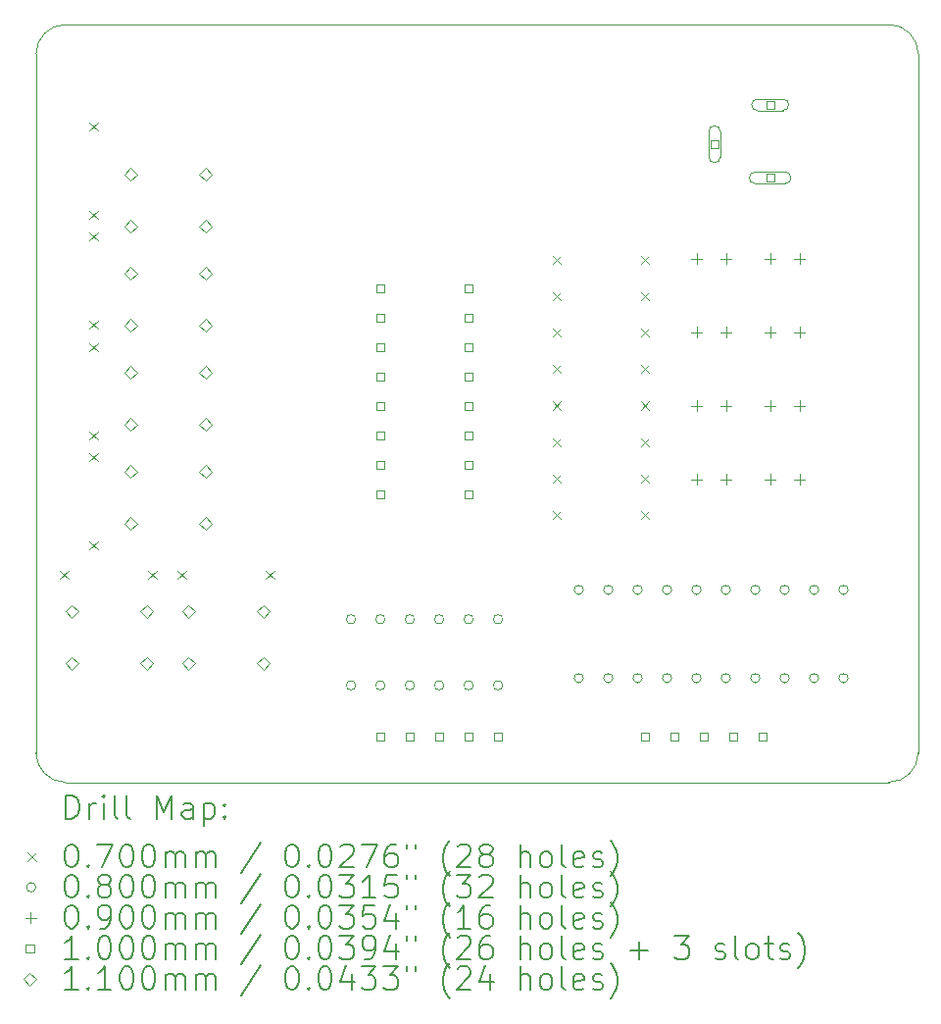
<source format=gbr>
%TF.GenerationSoftware,KiCad,Pcbnew,8.0.3*%
%TF.CreationDate,2024-11-19T19:50:02+13:00*%
%TF.ProjectId,DS8641N_tester,44533836-3431-44e5-9f74-65737465722e,rev?*%
%TF.SameCoordinates,Original*%
%TF.FileFunction,Drillmap*%
%TF.FilePolarity,Positive*%
%FSLAX45Y45*%
G04 Gerber Fmt 4.5, Leading zero omitted, Abs format (unit mm)*
G04 Created by KiCad (PCBNEW 8.0.3) date 2024-11-19 19:50:02*
%MOMM*%
%LPD*%
G01*
G04 APERTURE LIST*
%ADD10C,0.050000*%
%ADD11C,0.200000*%
%ADD12C,0.100000*%
%ADD13C,0.110000*%
G04 APERTURE END LIST*
D10*
X11758395Y-12139395D02*
X11758395Y-6106895D01*
X19124395Y-5852895D02*
G75*
G02*
X19378385Y-6106895I-5J-253995D01*
G01*
X12012395Y-5852895D02*
X19124395Y-5852895D01*
X19378395Y-6106895D02*
X19378395Y-12139395D01*
X19378395Y-12139395D02*
G75*
G02*
X19124395Y-12393395I-254005J5D01*
G01*
X19124395Y-12393395D02*
X12012395Y-12393395D01*
X12012395Y-12393395D02*
G75*
G02*
X11758385Y-12139395I-5J254005D01*
G01*
X11758395Y-6106895D02*
G75*
G02*
X12012395Y-5852895I253995J5D01*
G01*
D11*
D12*
X11966500Y-10569500D02*
X12036500Y-10639500D01*
X12036500Y-10569500D02*
X11966500Y-10639500D01*
X12220500Y-6696000D02*
X12290500Y-6766000D01*
X12290500Y-6696000D02*
X12220500Y-6766000D01*
X12220500Y-7458000D02*
X12290500Y-7528000D01*
X12290500Y-7458000D02*
X12220500Y-7528000D01*
X12220500Y-7648500D02*
X12290500Y-7718500D01*
X12290500Y-7648500D02*
X12220500Y-7718500D01*
X12220500Y-8410500D02*
X12290500Y-8480500D01*
X12290500Y-8410500D02*
X12220500Y-8480500D01*
X12220500Y-8601000D02*
X12290500Y-8671000D01*
X12290500Y-8601000D02*
X12220500Y-8671000D01*
X12220500Y-9363000D02*
X12290500Y-9433000D01*
X12290500Y-9363000D02*
X12220500Y-9433000D01*
X12220500Y-9553500D02*
X12290500Y-9623500D01*
X12290500Y-9553500D02*
X12220500Y-9623500D01*
X12220500Y-10315500D02*
X12290500Y-10385500D01*
X12290500Y-10315500D02*
X12220500Y-10385500D01*
X12728500Y-10569500D02*
X12798500Y-10639500D01*
X12798500Y-10569500D02*
X12728500Y-10639500D01*
X12982500Y-10569500D02*
X13052500Y-10639500D01*
X13052500Y-10569500D02*
X12982500Y-10639500D01*
X13744500Y-10569500D02*
X13814500Y-10639500D01*
X13814500Y-10569500D02*
X13744500Y-10639500D01*
X16221000Y-7846500D02*
X16291000Y-7916500D01*
X16291000Y-7846500D02*
X16221000Y-7916500D01*
X16221000Y-8161500D02*
X16291000Y-8231500D01*
X16291000Y-8161500D02*
X16221000Y-8231500D01*
X16221000Y-8476500D02*
X16291000Y-8546500D01*
X16291000Y-8476500D02*
X16221000Y-8546500D01*
X16221000Y-8791500D02*
X16291000Y-8861500D01*
X16291000Y-8791500D02*
X16221000Y-8861500D01*
X16221000Y-9106500D02*
X16291000Y-9176500D01*
X16291000Y-9106500D02*
X16221000Y-9176500D01*
X16221000Y-9421500D02*
X16291000Y-9491500D01*
X16291000Y-9421500D02*
X16221000Y-9491500D01*
X16221000Y-9736500D02*
X16291000Y-9806500D01*
X16291000Y-9736500D02*
X16221000Y-9806500D01*
X16221000Y-10051500D02*
X16291000Y-10121500D01*
X16291000Y-10051500D02*
X16221000Y-10121500D01*
X16983000Y-7846500D02*
X17053000Y-7916500D01*
X17053000Y-7846500D02*
X16983000Y-7916500D01*
X16983000Y-8161500D02*
X17053000Y-8231500D01*
X17053000Y-8161500D02*
X16983000Y-8231500D01*
X16983000Y-8476500D02*
X17053000Y-8546500D01*
X17053000Y-8476500D02*
X16983000Y-8546500D01*
X16983000Y-8791500D02*
X17053000Y-8861500D01*
X17053000Y-8791500D02*
X16983000Y-8861500D01*
X16983000Y-9106500D02*
X17053000Y-9176500D01*
X17053000Y-9106500D02*
X16983000Y-9176500D01*
X16983000Y-9421500D02*
X17053000Y-9491500D01*
X17053000Y-9421500D02*
X16983000Y-9491500D01*
X16983000Y-9736500D02*
X17053000Y-9806500D01*
X17053000Y-9736500D02*
X16983000Y-9806500D01*
X16983000Y-10051500D02*
X17053000Y-10121500D01*
X17053000Y-10051500D02*
X16983000Y-10121500D01*
X14518000Y-10985500D02*
G75*
G02*
X14438000Y-10985500I-40000J0D01*
G01*
X14438000Y-10985500D02*
G75*
G02*
X14518000Y-10985500I40000J0D01*
G01*
X14518000Y-11557000D02*
G75*
G02*
X14438000Y-11557000I-40000J0D01*
G01*
X14438000Y-11557000D02*
G75*
G02*
X14518000Y-11557000I40000J0D01*
G01*
X14772000Y-10985500D02*
G75*
G02*
X14692000Y-10985500I-40000J0D01*
G01*
X14692000Y-10985500D02*
G75*
G02*
X14772000Y-10985500I40000J0D01*
G01*
X14772000Y-11557000D02*
G75*
G02*
X14692000Y-11557000I-40000J0D01*
G01*
X14692000Y-11557000D02*
G75*
G02*
X14772000Y-11557000I40000J0D01*
G01*
X15026000Y-10985500D02*
G75*
G02*
X14946000Y-10985500I-40000J0D01*
G01*
X14946000Y-10985500D02*
G75*
G02*
X15026000Y-10985500I40000J0D01*
G01*
X15026000Y-11557000D02*
G75*
G02*
X14946000Y-11557000I-40000J0D01*
G01*
X14946000Y-11557000D02*
G75*
G02*
X15026000Y-11557000I40000J0D01*
G01*
X15280000Y-10985500D02*
G75*
G02*
X15200000Y-10985500I-40000J0D01*
G01*
X15200000Y-10985500D02*
G75*
G02*
X15280000Y-10985500I40000J0D01*
G01*
X15280000Y-11557000D02*
G75*
G02*
X15200000Y-11557000I-40000J0D01*
G01*
X15200000Y-11557000D02*
G75*
G02*
X15280000Y-11557000I40000J0D01*
G01*
X15534000Y-10985500D02*
G75*
G02*
X15454000Y-10985500I-40000J0D01*
G01*
X15454000Y-10985500D02*
G75*
G02*
X15534000Y-10985500I40000J0D01*
G01*
X15534000Y-11557000D02*
G75*
G02*
X15454000Y-11557000I-40000J0D01*
G01*
X15454000Y-11557000D02*
G75*
G02*
X15534000Y-11557000I40000J0D01*
G01*
X15788000Y-10985500D02*
G75*
G02*
X15708000Y-10985500I-40000J0D01*
G01*
X15708000Y-10985500D02*
G75*
G02*
X15788000Y-10985500I40000J0D01*
G01*
X15788000Y-11557000D02*
G75*
G02*
X15708000Y-11557000I-40000J0D01*
G01*
X15708000Y-11557000D02*
G75*
G02*
X15788000Y-11557000I40000J0D01*
G01*
X16486500Y-10732500D02*
G75*
G02*
X16406500Y-10732500I-40000J0D01*
G01*
X16406500Y-10732500D02*
G75*
G02*
X16486500Y-10732500I40000J0D01*
G01*
X16486500Y-11494500D02*
G75*
G02*
X16406500Y-11494500I-40000J0D01*
G01*
X16406500Y-11494500D02*
G75*
G02*
X16486500Y-11494500I40000J0D01*
G01*
X16740500Y-10732500D02*
G75*
G02*
X16660500Y-10732500I-40000J0D01*
G01*
X16660500Y-10732500D02*
G75*
G02*
X16740500Y-10732500I40000J0D01*
G01*
X16740500Y-11494500D02*
G75*
G02*
X16660500Y-11494500I-40000J0D01*
G01*
X16660500Y-11494500D02*
G75*
G02*
X16740500Y-11494500I40000J0D01*
G01*
X16994500Y-10732500D02*
G75*
G02*
X16914500Y-10732500I-40000J0D01*
G01*
X16914500Y-10732500D02*
G75*
G02*
X16994500Y-10732500I40000J0D01*
G01*
X16994500Y-11494500D02*
G75*
G02*
X16914500Y-11494500I-40000J0D01*
G01*
X16914500Y-11494500D02*
G75*
G02*
X16994500Y-11494500I40000J0D01*
G01*
X17248500Y-10732500D02*
G75*
G02*
X17168500Y-10732500I-40000J0D01*
G01*
X17168500Y-10732500D02*
G75*
G02*
X17248500Y-10732500I40000J0D01*
G01*
X17248500Y-11494500D02*
G75*
G02*
X17168500Y-11494500I-40000J0D01*
G01*
X17168500Y-11494500D02*
G75*
G02*
X17248500Y-11494500I40000J0D01*
G01*
X17502500Y-10732500D02*
G75*
G02*
X17422500Y-10732500I-40000J0D01*
G01*
X17422500Y-10732500D02*
G75*
G02*
X17502500Y-10732500I40000J0D01*
G01*
X17502500Y-11494500D02*
G75*
G02*
X17422500Y-11494500I-40000J0D01*
G01*
X17422500Y-11494500D02*
G75*
G02*
X17502500Y-11494500I40000J0D01*
G01*
X17756500Y-10732500D02*
G75*
G02*
X17676500Y-10732500I-40000J0D01*
G01*
X17676500Y-10732500D02*
G75*
G02*
X17756500Y-10732500I40000J0D01*
G01*
X17756500Y-11494500D02*
G75*
G02*
X17676500Y-11494500I-40000J0D01*
G01*
X17676500Y-11494500D02*
G75*
G02*
X17756500Y-11494500I40000J0D01*
G01*
X18010500Y-10732500D02*
G75*
G02*
X17930500Y-10732500I-40000J0D01*
G01*
X17930500Y-10732500D02*
G75*
G02*
X18010500Y-10732500I40000J0D01*
G01*
X18010500Y-11494500D02*
G75*
G02*
X17930500Y-11494500I-40000J0D01*
G01*
X17930500Y-11494500D02*
G75*
G02*
X18010500Y-11494500I40000J0D01*
G01*
X18264500Y-10732500D02*
G75*
G02*
X18184500Y-10732500I-40000J0D01*
G01*
X18184500Y-10732500D02*
G75*
G02*
X18264500Y-10732500I40000J0D01*
G01*
X18264500Y-11494500D02*
G75*
G02*
X18184500Y-11494500I-40000J0D01*
G01*
X18184500Y-11494500D02*
G75*
G02*
X18264500Y-11494500I40000J0D01*
G01*
X18518500Y-10732500D02*
G75*
G02*
X18438500Y-10732500I-40000J0D01*
G01*
X18438500Y-10732500D02*
G75*
G02*
X18518500Y-10732500I40000J0D01*
G01*
X18518500Y-11494500D02*
G75*
G02*
X18438500Y-11494500I-40000J0D01*
G01*
X18438500Y-11494500D02*
G75*
G02*
X18518500Y-11494500I40000J0D01*
G01*
X18772500Y-10732500D02*
G75*
G02*
X18692500Y-10732500I-40000J0D01*
G01*
X18692500Y-10732500D02*
G75*
G02*
X18772500Y-10732500I40000J0D01*
G01*
X18772500Y-11494500D02*
G75*
G02*
X18692500Y-11494500I-40000J0D01*
G01*
X18692500Y-11494500D02*
G75*
G02*
X18772500Y-11494500I40000J0D01*
G01*
X17462500Y-7829000D02*
X17462500Y-7919000D01*
X17417500Y-7874000D02*
X17507500Y-7874000D01*
X17462500Y-8464000D02*
X17462500Y-8554000D01*
X17417500Y-8509000D02*
X17507500Y-8509000D01*
X17462500Y-9099000D02*
X17462500Y-9189000D01*
X17417500Y-9144000D02*
X17507500Y-9144000D01*
X17462500Y-9734000D02*
X17462500Y-9824000D01*
X17417500Y-9779000D02*
X17507500Y-9779000D01*
X17716500Y-7829000D02*
X17716500Y-7919000D01*
X17671500Y-7874000D02*
X17761500Y-7874000D01*
X17716500Y-8464000D02*
X17716500Y-8554000D01*
X17671500Y-8509000D02*
X17761500Y-8509000D01*
X17716500Y-9099000D02*
X17716500Y-9189000D01*
X17671500Y-9144000D02*
X17761500Y-9144000D01*
X17716500Y-9734000D02*
X17716500Y-9824000D01*
X17671500Y-9779000D02*
X17761500Y-9779000D01*
X18097500Y-7829000D02*
X18097500Y-7919000D01*
X18052500Y-7874000D02*
X18142500Y-7874000D01*
X18097500Y-8464000D02*
X18097500Y-8554000D01*
X18052500Y-8509000D02*
X18142500Y-8509000D01*
X18097500Y-9099000D02*
X18097500Y-9189000D01*
X18052500Y-9144000D02*
X18142500Y-9144000D01*
X18097500Y-9734000D02*
X18097500Y-9824000D01*
X18052500Y-9779000D02*
X18142500Y-9779000D01*
X18351500Y-7829000D02*
X18351500Y-7919000D01*
X18306500Y-7874000D02*
X18396500Y-7874000D01*
X18351500Y-8464000D02*
X18351500Y-8554000D01*
X18306500Y-8509000D02*
X18396500Y-8509000D01*
X18351500Y-9099000D02*
X18351500Y-9189000D01*
X18306500Y-9144000D02*
X18396500Y-9144000D01*
X18351500Y-9734000D02*
X18351500Y-9824000D01*
X18306500Y-9779000D02*
X18396500Y-9779000D01*
X14767356Y-8163356D02*
X14767356Y-8092644D01*
X14696644Y-8092644D01*
X14696644Y-8163356D01*
X14767356Y-8163356D01*
X14767356Y-8417356D02*
X14767356Y-8346644D01*
X14696644Y-8346644D01*
X14696644Y-8417356D01*
X14767356Y-8417356D01*
X14767356Y-8671356D02*
X14767356Y-8600644D01*
X14696644Y-8600644D01*
X14696644Y-8671356D01*
X14767356Y-8671356D01*
X14767356Y-8925356D02*
X14767356Y-8854644D01*
X14696644Y-8854644D01*
X14696644Y-8925356D01*
X14767356Y-8925356D01*
X14767356Y-9179356D02*
X14767356Y-9108644D01*
X14696644Y-9108644D01*
X14696644Y-9179356D01*
X14767356Y-9179356D01*
X14767356Y-9433356D02*
X14767356Y-9362644D01*
X14696644Y-9362644D01*
X14696644Y-9433356D01*
X14767356Y-9433356D01*
X14767356Y-9687356D02*
X14767356Y-9616644D01*
X14696644Y-9616644D01*
X14696644Y-9687356D01*
X14767356Y-9687356D01*
X14767356Y-9941356D02*
X14767356Y-9870644D01*
X14696644Y-9870644D01*
X14696644Y-9941356D01*
X14767356Y-9941356D01*
X14767356Y-12036856D02*
X14767356Y-11966144D01*
X14696644Y-11966144D01*
X14696644Y-12036856D01*
X14767356Y-12036856D01*
X15021356Y-12036856D02*
X15021356Y-11966144D01*
X14950644Y-11966144D01*
X14950644Y-12036856D01*
X15021356Y-12036856D01*
X15275356Y-12036856D02*
X15275356Y-11966144D01*
X15204644Y-11966144D01*
X15204644Y-12036856D01*
X15275356Y-12036856D01*
X15529356Y-8163356D02*
X15529356Y-8092644D01*
X15458644Y-8092644D01*
X15458644Y-8163356D01*
X15529356Y-8163356D01*
X15529356Y-8417356D02*
X15529356Y-8346644D01*
X15458644Y-8346644D01*
X15458644Y-8417356D01*
X15529356Y-8417356D01*
X15529356Y-8671356D02*
X15529356Y-8600644D01*
X15458644Y-8600644D01*
X15458644Y-8671356D01*
X15529356Y-8671356D01*
X15529356Y-8925356D02*
X15529356Y-8854644D01*
X15458644Y-8854644D01*
X15458644Y-8925356D01*
X15529356Y-8925356D01*
X15529356Y-9179356D02*
X15529356Y-9108644D01*
X15458644Y-9108644D01*
X15458644Y-9179356D01*
X15529356Y-9179356D01*
X15529356Y-9433356D02*
X15529356Y-9362644D01*
X15458644Y-9362644D01*
X15458644Y-9433356D01*
X15529356Y-9433356D01*
X15529356Y-9687356D02*
X15529356Y-9616644D01*
X15458644Y-9616644D01*
X15458644Y-9687356D01*
X15529356Y-9687356D01*
X15529356Y-9941356D02*
X15529356Y-9870644D01*
X15458644Y-9870644D01*
X15458644Y-9941356D01*
X15529356Y-9941356D01*
X15529356Y-12036856D02*
X15529356Y-11966144D01*
X15458644Y-11966144D01*
X15458644Y-12036856D01*
X15529356Y-12036856D01*
X15783356Y-12036856D02*
X15783356Y-11966144D01*
X15712644Y-11966144D01*
X15712644Y-12036856D01*
X15783356Y-12036856D01*
X17053356Y-12036856D02*
X17053356Y-11966144D01*
X16982644Y-11966144D01*
X16982644Y-12036856D01*
X17053356Y-12036856D01*
X17307356Y-12036856D02*
X17307356Y-11966144D01*
X17236644Y-11966144D01*
X17236644Y-12036856D01*
X17307356Y-12036856D01*
X17561356Y-12036856D02*
X17561356Y-11966144D01*
X17490644Y-11966144D01*
X17490644Y-12036856D01*
X17561356Y-12036856D01*
X17654356Y-6920856D02*
X17654356Y-6850144D01*
X17583644Y-6850144D01*
X17583644Y-6920856D01*
X17654356Y-6920856D01*
X17669000Y-6995500D02*
X17669000Y-6775500D01*
X17569000Y-6775500D02*
G75*
G02*
X17669000Y-6775500I50000J0D01*
G01*
X17569000Y-6775500D02*
X17569000Y-6995500D01*
X17569000Y-6995500D02*
G75*
G03*
X17669000Y-6995500I50000J0D01*
G01*
X17815356Y-12036856D02*
X17815356Y-11966144D01*
X17744644Y-11966144D01*
X17744644Y-12036856D01*
X17815356Y-12036856D01*
X18069356Y-12036856D02*
X18069356Y-11966144D01*
X17998644Y-11966144D01*
X17998644Y-12036856D01*
X18069356Y-12036856D01*
X18134356Y-6580856D02*
X18134356Y-6510144D01*
X18063644Y-6510144D01*
X18063644Y-6580856D01*
X18134356Y-6580856D01*
X18209000Y-6495500D02*
X17989000Y-6495500D01*
X17989000Y-6595500D02*
G75*
G02*
X17989000Y-6495500I0J50000D01*
G01*
X17989000Y-6595500D02*
X18209000Y-6595500D01*
X18209000Y-6595500D02*
G75*
G03*
X18209000Y-6495500I0J50000D01*
G01*
X18134356Y-7210856D02*
X18134356Y-7140144D01*
X18063644Y-7140144D01*
X18063644Y-7210856D01*
X18134356Y-7210856D01*
X18229000Y-7125500D02*
X17969000Y-7125500D01*
X17969000Y-7225500D02*
G75*
G02*
X17969000Y-7125500I0J50000D01*
G01*
X17969000Y-7225500D02*
X18229000Y-7225500D01*
X18229000Y-7225500D02*
G75*
G03*
X18229000Y-7125500I0J50000D01*
G01*
D13*
X12065000Y-10971500D02*
X12120000Y-10916500D01*
X12065000Y-10861500D01*
X12010000Y-10916500D01*
X12065000Y-10971500D01*
X12065000Y-11421500D02*
X12120000Y-11366500D01*
X12065000Y-11311500D01*
X12010000Y-11366500D01*
X12065000Y-11421500D01*
X12573000Y-7200000D02*
X12628000Y-7145000D01*
X12573000Y-7090000D01*
X12518000Y-7145000D01*
X12573000Y-7200000D01*
X12573000Y-7650000D02*
X12628000Y-7595000D01*
X12573000Y-7540000D01*
X12518000Y-7595000D01*
X12573000Y-7650000D01*
X12573000Y-8055000D02*
X12628000Y-8000000D01*
X12573000Y-7945000D01*
X12518000Y-8000000D01*
X12573000Y-8055000D01*
X12573000Y-8505000D02*
X12628000Y-8450000D01*
X12573000Y-8395000D01*
X12518000Y-8450000D01*
X12573000Y-8505000D01*
X12573000Y-8910000D02*
X12628000Y-8855000D01*
X12573000Y-8800000D01*
X12518000Y-8855000D01*
X12573000Y-8910000D01*
X12573000Y-9360000D02*
X12628000Y-9305000D01*
X12573000Y-9250000D01*
X12518000Y-9305000D01*
X12573000Y-9360000D01*
X12573000Y-9765000D02*
X12628000Y-9710000D01*
X12573000Y-9655000D01*
X12518000Y-9710000D01*
X12573000Y-9765000D01*
X12573000Y-10215000D02*
X12628000Y-10160000D01*
X12573000Y-10105000D01*
X12518000Y-10160000D01*
X12573000Y-10215000D01*
X12715000Y-10971500D02*
X12770000Y-10916500D01*
X12715000Y-10861500D01*
X12660000Y-10916500D01*
X12715000Y-10971500D01*
X12715000Y-11421500D02*
X12770000Y-11366500D01*
X12715000Y-11311500D01*
X12660000Y-11366500D01*
X12715000Y-11421500D01*
X13073500Y-10971500D02*
X13128500Y-10916500D01*
X13073500Y-10861500D01*
X13018500Y-10916500D01*
X13073500Y-10971500D01*
X13073500Y-11421500D02*
X13128500Y-11366500D01*
X13073500Y-11311500D01*
X13018500Y-11366500D01*
X13073500Y-11421500D01*
X13223000Y-7200000D02*
X13278000Y-7145000D01*
X13223000Y-7090000D01*
X13168000Y-7145000D01*
X13223000Y-7200000D01*
X13223000Y-7650000D02*
X13278000Y-7595000D01*
X13223000Y-7540000D01*
X13168000Y-7595000D01*
X13223000Y-7650000D01*
X13223000Y-8055000D02*
X13278000Y-8000000D01*
X13223000Y-7945000D01*
X13168000Y-8000000D01*
X13223000Y-8055000D01*
X13223000Y-8505000D02*
X13278000Y-8450000D01*
X13223000Y-8395000D01*
X13168000Y-8450000D01*
X13223000Y-8505000D01*
X13223000Y-8910000D02*
X13278000Y-8855000D01*
X13223000Y-8800000D01*
X13168000Y-8855000D01*
X13223000Y-8910000D01*
X13223000Y-9360000D02*
X13278000Y-9305000D01*
X13223000Y-9250000D01*
X13168000Y-9305000D01*
X13223000Y-9360000D01*
X13223000Y-9765000D02*
X13278000Y-9710000D01*
X13223000Y-9655000D01*
X13168000Y-9710000D01*
X13223000Y-9765000D01*
X13223000Y-10215000D02*
X13278000Y-10160000D01*
X13223000Y-10105000D01*
X13168000Y-10160000D01*
X13223000Y-10215000D01*
X13723500Y-10971500D02*
X13778500Y-10916500D01*
X13723500Y-10861500D01*
X13668500Y-10916500D01*
X13723500Y-10971500D01*
X13723500Y-11421500D02*
X13778500Y-11366500D01*
X13723500Y-11311500D01*
X13668500Y-11366500D01*
X13723500Y-11421500D01*
D11*
X12016672Y-12707379D02*
X12016672Y-12507379D01*
X12016672Y-12507379D02*
X12064291Y-12507379D01*
X12064291Y-12507379D02*
X12092862Y-12516902D01*
X12092862Y-12516902D02*
X12111910Y-12535950D01*
X12111910Y-12535950D02*
X12121434Y-12554998D01*
X12121434Y-12554998D02*
X12130957Y-12593093D01*
X12130957Y-12593093D02*
X12130957Y-12621664D01*
X12130957Y-12621664D02*
X12121434Y-12659760D01*
X12121434Y-12659760D02*
X12111910Y-12678807D01*
X12111910Y-12678807D02*
X12092862Y-12697855D01*
X12092862Y-12697855D02*
X12064291Y-12707379D01*
X12064291Y-12707379D02*
X12016672Y-12707379D01*
X12216672Y-12707379D02*
X12216672Y-12574045D01*
X12216672Y-12612141D02*
X12226195Y-12593093D01*
X12226195Y-12593093D02*
X12235719Y-12583569D01*
X12235719Y-12583569D02*
X12254767Y-12574045D01*
X12254767Y-12574045D02*
X12273815Y-12574045D01*
X12340481Y-12707379D02*
X12340481Y-12574045D01*
X12340481Y-12507379D02*
X12330957Y-12516902D01*
X12330957Y-12516902D02*
X12340481Y-12526426D01*
X12340481Y-12526426D02*
X12350005Y-12516902D01*
X12350005Y-12516902D02*
X12340481Y-12507379D01*
X12340481Y-12507379D02*
X12340481Y-12526426D01*
X12464291Y-12707379D02*
X12445243Y-12697855D01*
X12445243Y-12697855D02*
X12435719Y-12678807D01*
X12435719Y-12678807D02*
X12435719Y-12507379D01*
X12569053Y-12707379D02*
X12550005Y-12697855D01*
X12550005Y-12697855D02*
X12540481Y-12678807D01*
X12540481Y-12678807D02*
X12540481Y-12507379D01*
X12797624Y-12707379D02*
X12797624Y-12507379D01*
X12797624Y-12507379D02*
X12864291Y-12650236D01*
X12864291Y-12650236D02*
X12930957Y-12507379D01*
X12930957Y-12507379D02*
X12930957Y-12707379D01*
X13111910Y-12707379D02*
X13111910Y-12602617D01*
X13111910Y-12602617D02*
X13102386Y-12583569D01*
X13102386Y-12583569D02*
X13083338Y-12574045D01*
X13083338Y-12574045D02*
X13045243Y-12574045D01*
X13045243Y-12574045D02*
X13026195Y-12583569D01*
X13111910Y-12697855D02*
X13092862Y-12707379D01*
X13092862Y-12707379D02*
X13045243Y-12707379D01*
X13045243Y-12707379D02*
X13026195Y-12697855D01*
X13026195Y-12697855D02*
X13016672Y-12678807D01*
X13016672Y-12678807D02*
X13016672Y-12659760D01*
X13016672Y-12659760D02*
X13026195Y-12640712D01*
X13026195Y-12640712D02*
X13045243Y-12631188D01*
X13045243Y-12631188D02*
X13092862Y-12631188D01*
X13092862Y-12631188D02*
X13111910Y-12621664D01*
X13207148Y-12574045D02*
X13207148Y-12774045D01*
X13207148Y-12583569D02*
X13226195Y-12574045D01*
X13226195Y-12574045D02*
X13264291Y-12574045D01*
X13264291Y-12574045D02*
X13283338Y-12583569D01*
X13283338Y-12583569D02*
X13292862Y-12593093D01*
X13292862Y-12593093D02*
X13302386Y-12612141D01*
X13302386Y-12612141D02*
X13302386Y-12669283D01*
X13302386Y-12669283D02*
X13292862Y-12688331D01*
X13292862Y-12688331D02*
X13283338Y-12697855D01*
X13283338Y-12697855D02*
X13264291Y-12707379D01*
X13264291Y-12707379D02*
X13226195Y-12707379D01*
X13226195Y-12707379D02*
X13207148Y-12697855D01*
X13388100Y-12688331D02*
X13397624Y-12697855D01*
X13397624Y-12697855D02*
X13388100Y-12707379D01*
X13388100Y-12707379D02*
X13378576Y-12697855D01*
X13378576Y-12697855D02*
X13388100Y-12688331D01*
X13388100Y-12688331D02*
X13388100Y-12707379D01*
X13388100Y-12583569D02*
X13397624Y-12593093D01*
X13397624Y-12593093D02*
X13388100Y-12602617D01*
X13388100Y-12602617D02*
X13378576Y-12593093D01*
X13378576Y-12593093D02*
X13388100Y-12583569D01*
X13388100Y-12583569D02*
X13388100Y-12602617D01*
D12*
X11685895Y-13000895D02*
X11755895Y-13070895D01*
X11755895Y-13000895D02*
X11685895Y-13070895D01*
D11*
X12054767Y-12927379D02*
X12073815Y-12927379D01*
X12073815Y-12927379D02*
X12092862Y-12936902D01*
X12092862Y-12936902D02*
X12102386Y-12946426D01*
X12102386Y-12946426D02*
X12111910Y-12965474D01*
X12111910Y-12965474D02*
X12121434Y-13003569D01*
X12121434Y-13003569D02*
X12121434Y-13051188D01*
X12121434Y-13051188D02*
X12111910Y-13089283D01*
X12111910Y-13089283D02*
X12102386Y-13108331D01*
X12102386Y-13108331D02*
X12092862Y-13117855D01*
X12092862Y-13117855D02*
X12073815Y-13127379D01*
X12073815Y-13127379D02*
X12054767Y-13127379D01*
X12054767Y-13127379D02*
X12035719Y-13117855D01*
X12035719Y-13117855D02*
X12026195Y-13108331D01*
X12026195Y-13108331D02*
X12016672Y-13089283D01*
X12016672Y-13089283D02*
X12007148Y-13051188D01*
X12007148Y-13051188D02*
X12007148Y-13003569D01*
X12007148Y-13003569D02*
X12016672Y-12965474D01*
X12016672Y-12965474D02*
X12026195Y-12946426D01*
X12026195Y-12946426D02*
X12035719Y-12936902D01*
X12035719Y-12936902D02*
X12054767Y-12927379D01*
X12207148Y-13108331D02*
X12216672Y-13117855D01*
X12216672Y-13117855D02*
X12207148Y-13127379D01*
X12207148Y-13127379D02*
X12197624Y-13117855D01*
X12197624Y-13117855D02*
X12207148Y-13108331D01*
X12207148Y-13108331D02*
X12207148Y-13127379D01*
X12283338Y-12927379D02*
X12416672Y-12927379D01*
X12416672Y-12927379D02*
X12330957Y-13127379D01*
X12530957Y-12927379D02*
X12550005Y-12927379D01*
X12550005Y-12927379D02*
X12569053Y-12936902D01*
X12569053Y-12936902D02*
X12578576Y-12946426D01*
X12578576Y-12946426D02*
X12588100Y-12965474D01*
X12588100Y-12965474D02*
X12597624Y-13003569D01*
X12597624Y-13003569D02*
X12597624Y-13051188D01*
X12597624Y-13051188D02*
X12588100Y-13089283D01*
X12588100Y-13089283D02*
X12578576Y-13108331D01*
X12578576Y-13108331D02*
X12569053Y-13117855D01*
X12569053Y-13117855D02*
X12550005Y-13127379D01*
X12550005Y-13127379D02*
X12530957Y-13127379D01*
X12530957Y-13127379D02*
X12511910Y-13117855D01*
X12511910Y-13117855D02*
X12502386Y-13108331D01*
X12502386Y-13108331D02*
X12492862Y-13089283D01*
X12492862Y-13089283D02*
X12483338Y-13051188D01*
X12483338Y-13051188D02*
X12483338Y-13003569D01*
X12483338Y-13003569D02*
X12492862Y-12965474D01*
X12492862Y-12965474D02*
X12502386Y-12946426D01*
X12502386Y-12946426D02*
X12511910Y-12936902D01*
X12511910Y-12936902D02*
X12530957Y-12927379D01*
X12721434Y-12927379D02*
X12740481Y-12927379D01*
X12740481Y-12927379D02*
X12759529Y-12936902D01*
X12759529Y-12936902D02*
X12769053Y-12946426D01*
X12769053Y-12946426D02*
X12778576Y-12965474D01*
X12778576Y-12965474D02*
X12788100Y-13003569D01*
X12788100Y-13003569D02*
X12788100Y-13051188D01*
X12788100Y-13051188D02*
X12778576Y-13089283D01*
X12778576Y-13089283D02*
X12769053Y-13108331D01*
X12769053Y-13108331D02*
X12759529Y-13117855D01*
X12759529Y-13117855D02*
X12740481Y-13127379D01*
X12740481Y-13127379D02*
X12721434Y-13127379D01*
X12721434Y-13127379D02*
X12702386Y-13117855D01*
X12702386Y-13117855D02*
X12692862Y-13108331D01*
X12692862Y-13108331D02*
X12683338Y-13089283D01*
X12683338Y-13089283D02*
X12673815Y-13051188D01*
X12673815Y-13051188D02*
X12673815Y-13003569D01*
X12673815Y-13003569D02*
X12683338Y-12965474D01*
X12683338Y-12965474D02*
X12692862Y-12946426D01*
X12692862Y-12946426D02*
X12702386Y-12936902D01*
X12702386Y-12936902D02*
X12721434Y-12927379D01*
X12873815Y-13127379D02*
X12873815Y-12994045D01*
X12873815Y-13013093D02*
X12883338Y-13003569D01*
X12883338Y-13003569D02*
X12902386Y-12994045D01*
X12902386Y-12994045D02*
X12930957Y-12994045D01*
X12930957Y-12994045D02*
X12950005Y-13003569D01*
X12950005Y-13003569D02*
X12959529Y-13022617D01*
X12959529Y-13022617D02*
X12959529Y-13127379D01*
X12959529Y-13022617D02*
X12969053Y-13003569D01*
X12969053Y-13003569D02*
X12988100Y-12994045D01*
X12988100Y-12994045D02*
X13016672Y-12994045D01*
X13016672Y-12994045D02*
X13035719Y-13003569D01*
X13035719Y-13003569D02*
X13045243Y-13022617D01*
X13045243Y-13022617D02*
X13045243Y-13127379D01*
X13140481Y-13127379D02*
X13140481Y-12994045D01*
X13140481Y-13013093D02*
X13150005Y-13003569D01*
X13150005Y-13003569D02*
X13169053Y-12994045D01*
X13169053Y-12994045D02*
X13197624Y-12994045D01*
X13197624Y-12994045D02*
X13216672Y-13003569D01*
X13216672Y-13003569D02*
X13226196Y-13022617D01*
X13226196Y-13022617D02*
X13226196Y-13127379D01*
X13226196Y-13022617D02*
X13235719Y-13003569D01*
X13235719Y-13003569D02*
X13254767Y-12994045D01*
X13254767Y-12994045D02*
X13283338Y-12994045D01*
X13283338Y-12994045D02*
X13302386Y-13003569D01*
X13302386Y-13003569D02*
X13311910Y-13022617D01*
X13311910Y-13022617D02*
X13311910Y-13127379D01*
X13702386Y-12917855D02*
X13530958Y-13174998D01*
X13959529Y-12927379D02*
X13978577Y-12927379D01*
X13978577Y-12927379D02*
X13997624Y-12936902D01*
X13997624Y-12936902D02*
X14007148Y-12946426D01*
X14007148Y-12946426D02*
X14016672Y-12965474D01*
X14016672Y-12965474D02*
X14026196Y-13003569D01*
X14026196Y-13003569D02*
X14026196Y-13051188D01*
X14026196Y-13051188D02*
X14016672Y-13089283D01*
X14016672Y-13089283D02*
X14007148Y-13108331D01*
X14007148Y-13108331D02*
X13997624Y-13117855D01*
X13997624Y-13117855D02*
X13978577Y-13127379D01*
X13978577Y-13127379D02*
X13959529Y-13127379D01*
X13959529Y-13127379D02*
X13940481Y-13117855D01*
X13940481Y-13117855D02*
X13930958Y-13108331D01*
X13930958Y-13108331D02*
X13921434Y-13089283D01*
X13921434Y-13089283D02*
X13911910Y-13051188D01*
X13911910Y-13051188D02*
X13911910Y-13003569D01*
X13911910Y-13003569D02*
X13921434Y-12965474D01*
X13921434Y-12965474D02*
X13930958Y-12946426D01*
X13930958Y-12946426D02*
X13940481Y-12936902D01*
X13940481Y-12936902D02*
X13959529Y-12927379D01*
X14111910Y-13108331D02*
X14121434Y-13117855D01*
X14121434Y-13117855D02*
X14111910Y-13127379D01*
X14111910Y-13127379D02*
X14102386Y-13117855D01*
X14102386Y-13117855D02*
X14111910Y-13108331D01*
X14111910Y-13108331D02*
X14111910Y-13127379D01*
X14245243Y-12927379D02*
X14264291Y-12927379D01*
X14264291Y-12927379D02*
X14283339Y-12936902D01*
X14283339Y-12936902D02*
X14292862Y-12946426D01*
X14292862Y-12946426D02*
X14302386Y-12965474D01*
X14302386Y-12965474D02*
X14311910Y-13003569D01*
X14311910Y-13003569D02*
X14311910Y-13051188D01*
X14311910Y-13051188D02*
X14302386Y-13089283D01*
X14302386Y-13089283D02*
X14292862Y-13108331D01*
X14292862Y-13108331D02*
X14283339Y-13117855D01*
X14283339Y-13117855D02*
X14264291Y-13127379D01*
X14264291Y-13127379D02*
X14245243Y-13127379D01*
X14245243Y-13127379D02*
X14226196Y-13117855D01*
X14226196Y-13117855D02*
X14216672Y-13108331D01*
X14216672Y-13108331D02*
X14207148Y-13089283D01*
X14207148Y-13089283D02*
X14197624Y-13051188D01*
X14197624Y-13051188D02*
X14197624Y-13003569D01*
X14197624Y-13003569D02*
X14207148Y-12965474D01*
X14207148Y-12965474D02*
X14216672Y-12946426D01*
X14216672Y-12946426D02*
X14226196Y-12936902D01*
X14226196Y-12936902D02*
X14245243Y-12927379D01*
X14388100Y-12946426D02*
X14397624Y-12936902D01*
X14397624Y-12936902D02*
X14416672Y-12927379D01*
X14416672Y-12927379D02*
X14464291Y-12927379D01*
X14464291Y-12927379D02*
X14483339Y-12936902D01*
X14483339Y-12936902D02*
X14492862Y-12946426D01*
X14492862Y-12946426D02*
X14502386Y-12965474D01*
X14502386Y-12965474D02*
X14502386Y-12984521D01*
X14502386Y-12984521D02*
X14492862Y-13013093D01*
X14492862Y-13013093D02*
X14378577Y-13127379D01*
X14378577Y-13127379D02*
X14502386Y-13127379D01*
X14569053Y-12927379D02*
X14702386Y-12927379D01*
X14702386Y-12927379D02*
X14616672Y-13127379D01*
X14864291Y-12927379D02*
X14826196Y-12927379D01*
X14826196Y-12927379D02*
X14807148Y-12936902D01*
X14807148Y-12936902D02*
X14797624Y-12946426D01*
X14797624Y-12946426D02*
X14778577Y-12974998D01*
X14778577Y-12974998D02*
X14769053Y-13013093D01*
X14769053Y-13013093D02*
X14769053Y-13089283D01*
X14769053Y-13089283D02*
X14778577Y-13108331D01*
X14778577Y-13108331D02*
X14788100Y-13117855D01*
X14788100Y-13117855D02*
X14807148Y-13127379D01*
X14807148Y-13127379D02*
X14845243Y-13127379D01*
X14845243Y-13127379D02*
X14864291Y-13117855D01*
X14864291Y-13117855D02*
X14873815Y-13108331D01*
X14873815Y-13108331D02*
X14883339Y-13089283D01*
X14883339Y-13089283D02*
X14883339Y-13041664D01*
X14883339Y-13041664D02*
X14873815Y-13022617D01*
X14873815Y-13022617D02*
X14864291Y-13013093D01*
X14864291Y-13013093D02*
X14845243Y-13003569D01*
X14845243Y-13003569D02*
X14807148Y-13003569D01*
X14807148Y-13003569D02*
X14788100Y-13013093D01*
X14788100Y-13013093D02*
X14778577Y-13022617D01*
X14778577Y-13022617D02*
X14769053Y-13041664D01*
X14959529Y-12927379D02*
X14959529Y-12965474D01*
X15035720Y-12927379D02*
X15035720Y-12965474D01*
X15330958Y-13203569D02*
X15321434Y-13194045D01*
X15321434Y-13194045D02*
X15302386Y-13165474D01*
X15302386Y-13165474D02*
X15292862Y-13146426D01*
X15292862Y-13146426D02*
X15283339Y-13117855D01*
X15283339Y-13117855D02*
X15273815Y-13070236D01*
X15273815Y-13070236D02*
X15273815Y-13032141D01*
X15273815Y-13032141D02*
X15283339Y-12984521D01*
X15283339Y-12984521D02*
X15292862Y-12955950D01*
X15292862Y-12955950D02*
X15302386Y-12936902D01*
X15302386Y-12936902D02*
X15321434Y-12908331D01*
X15321434Y-12908331D02*
X15330958Y-12898807D01*
X15397624Y-12946426D02*
X15407148Y-12936902D01*
X15407148Y-12936902D02*
X15426196Y-12927379D01*
X15426196Y-12927379D02*
X15473815Y-12927379D01*
X15473815Y-12927379D02*
X15492862Y-12936902D01*
X15492862Y-12936902D02*
X15502386Y-12946426D01*
X15502386Y-12946426D02*
X15511910Y-12965474D01*
X15511910Y-12965474D02*
X15511910Y-12984521D01*
X15511910Y-12984521D02*
X15502386Y-13013093D01*
X15502386Y-13013093D02*
X15388101Y-13127379D01*
X15388101Y-13127379D02*
X15511910Y-13127379D01*
X15626196Y-13013093D02*
X15607148Y-13003569D01*
X15607148Y-13003569D02*
X15597624Y-12994045D01*
X15597624Y-12994045D02*
X15588101Y-12974998D01*
X15588101Y-12974998D02*
X15588101Y-12965474D01*
X15588101Y-12965474D02*
X15597624Y-12946426D01*
X15597624Y-12946426D02*
X15607148Y-12936902D01*
X15607148Y-12936902D02*
X15626196Y-12927379D01*
X15626196Y-12927379D02*
X15664291Y-12927379D01*
X15664291Y-12927379D02*
X15683339Y-12936902D01*
X15683339Y-12936902D02*
X15692862Y-12946426D01*
X15692862Y-12946426D02*
X15702386Y-12965474D01*
X15702386Y-12965474D02*
X15702386Y-12974998D01*
X15702386Y-12974998D02*
X15692862Y-12994045D01*
X15692862Y-12994045D02*
X15683339Y-13003569D01*
X15683339Y-13003569D02*
X15664291Y-13013093D01*
X15664291Y-13013093D02*
X15626196Y-13013093D01*
X15626196Y-13013093D02*
X15607148Y-13022617D01*
X15607148Y-13022617D02*
X15597624Y-13032141D01*
X15597624Y-13032141D02*
X15588101Y-13051188D01*
X15588101Y-13051188D02*
X15588101Y-13089283D01*
X15588101Y-13089283D02*
X15597624Y-13108331D01*
X15597624Y-13108331D02*
X15607148Y-13117855D01*
X15607148Y-13117855D02*
X15626196Y-13127379D01*
X15626196Y-13127379D02*
X15664291Y-13127379D01*
X15664291Y-13127379D02*
X15683339Y-13117855D01*
X15683339Y-13117855D02*
X15692862Y-13108331D01*
X15692862Y-13108331D02*
X15702386Y-13089283D01*
X15702386Y-13089283D02*
X15702386Y-13051188D01*
X15702386Y-13051188D02*
X15692862Y-13032141D01*
X15692862Y-13032141D02*
X15683339Y-13022617D01*
X15683339Y-13022617D02*
X15664291Y-13013093D01*
X15940482Y-13127379D02*
X15940482Y-12927379D01*
X16026196Y-13127379D02*
X16026196Y-13022617D01*
X16026196Y-13022617D02*
X16016672Y-13003569D01*
X16016672Y-13003569D02*
X15997624Y-12994045D01*
X15997624Y-12994045D02*
X15969053Y-12994045D01*
X15969053Y-12994045D02*
X15950005Y-13003569D01*
X15950005Y-13003569D02*
X15940482Y-13013093D01*
X16150005Y-13127379D02*
X16130958Y-13117855D01*
X16130958Y-13117855D02*
X16121434Y-13108331D01*
X16121434Y-13108331D02*
X16111910Y-13089283D01*
X16111910Y-13089283D02*
X16111910Y-13032141D01*
X16111910Y-13032141D02*
X16121434Y-13013093D01*
X16121434Y-13013093D02*
X16130958Y-13003569D01*
X16130958Y-13003569D02*
X16150005Y-12994045D01*
X16150005Y-12994045D02*
X16178577Y-12994045D01*
X16178577Y-12994045D02*
X16197624Y-13003569D01*
X16197624Y-13003569D02*
X16207148Y-13013093D01*
X16207148Y-13013093D02*
X16216672Y-13032141D01*
X16216672Y-13032141D02*
X16216672Y-13089283D01*
X16216672Y-13089283D02*
X16207148Y-13108331D01*
X16207148Y-13108331D02*
X16197624Y-13117855D01*
X16197624Y-13117855D02*
X16178577Y-13127379D01*
X16178577Y-13127379D02*
X16150005Y-13127379D01*
X16330958Y-13127379D02*
X16311910Y-13117855D01*
X16311910Y-13117855D02*
X16302386Y-13098807D01*
X16302386Y-13098807D02*
X16302386Y-12927379D01*
X16483339Y-13117855D02*
X16464291Y-13127379D01*
X16464291Y-13127379D02*
X16426196Y-13127379D01*
X16426196Y-13127379D02*
X16407148Y-13117855D01*
X16407148Y-13117855D02*
X16397624Y-13098807D01*
X16397624Y-13098807D02*
X16397624Y-13022617D01*
X16397624Y-13022617D02*
X16407148Y-13003569D01*
X16407148Y-13003569D02*
X16426196Y-12994045D01*
X16426196Y-12994045D02*
X16464291Y-12994045D01*
X16464291Y-12994045D02*
X16483339Y-13003569D01*
X16483339Y-13003569D02*
X16492863Y-13022617D01*
X16492863Y-13022617D02*
X16492863Y-13041664D01*
X16492863Y-13041664D02*
X16397624Y-13060712D01*
X16569053Y-13117855D02*
X16588101Y-13127379D01*
X16588101Y-13127379D02*
X16626196Y-13127379D01*
X16626196Y-13127379D02*
X16645244Y-13117855D01*
X16645244Y-13117855D02*
X16654767Y-13098807D01*
X16654767Y-13098807D02*
X16654767Y-13089283D01*
X16654767Y-13089283D02*
X16645244Y-13070236D01*
X16645244Y-13070236D02*
X16626196Y-13060712D01*
X16626196Y-13060712D02*
X16597624Y-13060712D01*
X16597624Y-13060712D02*
X16578577Y-13051188D01*
X16578577Y-13051188D02*
X16569053Y-13032141D01*
X16569053Y-13032141D02*
X16569053Y-13022617D01*
X16569053Y-13022617D02*
X16578577Y-13003569D01*
X16578577Y-13003569D02*
X16597624Y-12994045D01*
X16597624Y-12994045D02*
X16626196Y-12994045D01*
X16626196Y-12994045D02*
X16645244Y-13003569D01*
X16721434Y-13203569D02*
X16730958Y-13194045D01*
X16730958Y-13194045D02*
X16750005Y-13165474D01*
X16750005Y-13165474D02*
X16759529Y-13146426D01*
X16759529Y-13146426D02*
X16769053Y-13117855D01*
X16769053Y-13117855D02*
X16778577Y-13070236D01*
X16778577Y-13070236D02*
X16778577Y-13032141D01*
X16778577Y-13032141D02*
X16769053Y-12984521D01*
X16769053Y-12984521D02*
X16759529Y-12955950D01*
X16759529Y-12955950D02*
X16750005Y-12936902D01*
X16750005Y-12936902D02*
X16730958Y-12908331D01*
X16730958Y-12908331D02*
X16721434Y-12898807D01*
D12*
X11755895Y-13299895D02*
G75*
G02*
X11675895Y-13299895I-40000J0D01*
G01*
X11675895Y-13299895D02*
G75*
G02*
X11755895Y-13299895I40000J0D01*
G01*
D11*
X12054767Y-13191379D02*
X12073815Y-13191379D01*
X12073815Y-13191379D02*
X12092862Y-13200902D01*
X12092862Y-13200902D02*
X12102386Y-13210426D01*
X12102386Y-13210426D02*
X12111910Y-13229474D01*
X12111910Y-13229474D02*
X12121434Y-13267569D01*
X12121434Y-13267569D02*
X12121434Y-13315188D01*
X12121434Y-13315188D02*
X12111910Y-13353283D01*
X12111910Y-13353283D02*
X12102386Y-13372331D01*
X12102386Y-13372331D02*
X12092862Y-13381855D01*
X12092862Y-13381855D02*
X12073815Y-13391379D01*
X12073815Y-13391379D02*
X12054767Y-13391379D01*
X12054767Y-13391379D02*
X12035719Y-13381855D01*
X12035719Y-13381855D02*
X12026195Y-13372331D01*
X12026195Y-13372331D02*
X12016672Y-13353283D01*
X12016672Y-13353283D02*
X12007148Y-13315188D01*
X12007148Y-13315188D02*
X12007148Y-13267569D01*
X12007148Y-13267569D02*
X12016672Y-13229474D01*
X12016672Y-13229474D02*
X12026195Y-13210426D01*
X12026195Y-13210426D02*
X12035719Y-13200902D01*
X12035719Y-13200902D02*
X12054767Y-13191379D01*
X12207148Y-13372331D02*
X12216672Y-13381855D01*
X12216672Y-13381855D02*
X12207148Y-13391379D01*
X12207148Y-13391379D02*
X12197624Y-13381855D01*
X12197624Y-13381855D02*
X12207148Y-13372331D01*
X12207148Y-13372331D02*
X12207148Y-13391379D01*
X12330957Y-13277093D02*
X12311910Y-13267569D01*
X12311910Y-13267569D02*
X12302386Y-13258045D01*
X12302386Y-13258045D02*
X12292862Y-13238998D01*
X12292862Y-13238998D02*
X12292862Y-13229474D01*
X12292862Y-13229474D02*
X12302386Y-13210426D01*
X12302386Y-13210426D02*
X12311910Y-13200902D01*
X12311910Y-13200902D02*
X12330957Y-13191379D01*
X12330957Y-13191379D02*
X12369053Y-13191379D01*
X12369053Y-13191379D02*
X12388100Y-13200902D01*
X12388100Y-13200902D02*
X12397624Y-13210426D01*
X12397624Y-13210426D02*
X12407148Y-13229474D01*
X12407148Y-13229474D02*
X12407148Y-13238998D01*
X12407148Y-13238998D02*
X12397624Y-13258045D01*
X12397624Y-13258045D02*
X12388100Y-13267569D01*
X12388100Y-13267569D02*
X12369053Y-13277093D01*
X12369053Y-13277093D02*
X12330957Y-13277093D01*
X12330957Y-13277093D02*
X12311910Y-13286617D01*
X12311910Y-13286617D02*
X12302386Y-13296141D01*
X12302386Y-13296141D02*
X12292862Y-13315188D01*
X12292862Y-13315188D02*
X12292862Y-13353283D01*
X12292862Y-13353283D02*
X12302386Y-13372331D01*
X12302386Y-13372331D02*
X12311910Y-13381855D01*
X12311910Y-13381855D02*
X12330957Y-13391379D01*
X12330957Y-13391379D02*
X12369053Y-13391379D01*
X12369053Y-13391379D02*
X12388100Y-13381855D01*
X12388100Y-13381855D02*
X12397624Y-13372331D01*
X12397624Y-13372331D02*
X12407148Y-13353283D01*
X12407148Y-13353283D02*
X12407148Y-13315188D01*
X12407148Y-13315188D02*
X12397624Y-13296141D01*
X12397624Y-13296141D02*
X12388100Y-13286617D01*
X12388100Y-13286617D02*
X12369053Y-13277093D01*
X12530957Y-13191379D02*
X12550005Y-13191379D01*
X12550005Y-13191379D02*
X12569053Y-13200902D01*
X12569053Y-13200902D02*
X12578576Y-13210426D01*
X12578576Y-13210426D02*
X12588100Y-13229474D01*
X12588100Y-13229474D02*
X12597624Y-13267569D01*
X12597624Y-13267569D02*
X12597624Y-13315188D01*
X12597624Y-13315188D02*
X12588100Y-13353283D01*
X12588100Y-13353283D02*
X12578576Y-13372331D01*
X12578576Y-13372331D02*
X12569053Y-13381855D01*
X12569053Y-13381855D02*
X12550005Y-13391379D01*
X12550005Y-13391379D02*
X12530957Y-13391379D01*
X12530957Y-13391379D02*
X12511910Y-13381855D01*
X12511910Y-13381855D02*
X12502386Y-13372331D01*
X12502386Y-13372331D02*
X12492862Y-13353283D01*
X12492862Y-13353283D02*
X12483338Y-13315188D01*
X12483338Y-13315188D02*
X12483338Y-13267569D01*
X12483338Y-13267569D02*
X12492862Y-13229474D01*
X12492862Y-13229474D02*
X12502386Y-13210426D01*
X12502386Y-13210426D02*
X12511910Y-13200902D01*
X12511910Y-13200902D02*
X12530957Y-13191379D01*
X12721434Y-13191379D02*
X12740481Y-13191379D01*
X12740481Y-13191379D02*
X12759529Y-13200902D01*
X12759529Y-13200902D02*
X12769053Y-13210426D01*
X12769053Y-13210426D02*
X12778576Y-13229474D01*
X12778576Y-13229474D02*
X12788100Y-13267569D01*
X12788100Y-13267569D02*
X12788100Y-13315188D01*
X12788100Y-13315188D02*
X12778576Y-13353283D01*
X12778576Y-13353283D02*
X12769053Y-13372331D01*
X12769053Y-13372331D02*
X12759529Y-13381855D01*
X12759529Y-13381855D02*
X12740481Y-13391379D01*
X12740481Y-13391379D02*
X12721434Y-13391379D01*
X12721434Y-13391379D02*
X12702386Y-13381855D01*
X12702386Y-13381855D02*
X12692862Y-13372331D01*
X12692862Y-13372331D02*
X12683338Y-13353283D01*
X12683338Y-13353283D02*
X12673815Y-13315188D01*
X12673815Y-13315188D02*
X12673815Y-13267569D01*
X12673815Y-13267569D02*
X12683338Y-13229474D01*
X12683338Y-13229474D02*
X12692862Y-13210426D01*
X12692862Y-13210426D02*
X12702386Y-13200902D01*
X12702386Y-13200902D02*
X12721434Y-13191379D01*
X12873815Y-13391379D02*
X12873815Y-13258045D01*
X12873815Y-13277093D02*
X12883338Y-13267569D01*
X12883338Y-13267569D02*
X12902386Y-13258045D01*
X12902386Y-13258045D02*
X12930957Y-13258045D01*
X12930957Y-13258045D02*
X12950005Y-13267569D01*
X12950005Y-13267569D02*
X12959529Y-13286617D01*
X12959529Y-13286617D02*
X12959529Y-13391379D01*
X12959529Y-13286617D02*
X12969053Y-13267569D01*
X12969053Y-13267569D02*
X12988100Y-13258045D01*
X12988100Y-13258045D02*
X13016672Y-13258045D01*
X13016672Y-13258045D02*
X13035719Y-13267569D01*
X13035719Y-13267569D02*
X13045243Y-13286617D01*
X13045243Y-13286617D02*
X13045243Y-13391379D01*
X13140481Y-13391379D02*
X13140481Y-13258045D01*
X13140481Y-13277093D02*
X13150005Y-13267569D01*
X13150005Y-13267569D02*
X13169053Y-13258045D01*
X13169053Y-13258045D02*
X13197624Y-13258045D01*
X13197624Y-13258045D02*
X13216672Y-13267569D01*
X13216672Y-13267569D02*
X13226196Y-13286617D01*
X13226196Y-13286617D02*
X13226196Y-13391379D01*
X13226196Y-13286617D02*
X13235719Y-13267569D01*
X13235719Y-13267569D02*
X13254767Y-13258045D01*
X13254767Y-13258045D02*
X13283338Y-13258045D01*
X13283338Y-13258045D02*
X13302386Y-13267569D01*
X13302386Y-13267569D02*
X13311910Y-13286617D01*
X13311910Y-13286617D02*
X13311910Y-13391379D01*
X13702386Y-13181855D02*
X13530958Y-13438998D01*
X13959529Y-13191379D02*
X13978577Y-13191379D01*
X13978577Y-13191379D02*
X13997624Y-13200902D01*
X13997624Y-13200902D02*
X14007148Y-13210426D01*
X14007148Y-13210426D02*
X14016672Y-13229474D01*
X14016672Y-13229474D02*
X14026196Y-13267569D01*
X14026196Y-13267569D02*
X14026196Y-13315188D01*
X14026196Y-13315188D02*
X14016672Y-13353283D01*
X14016672Y-13353283D02*
X14007148Y-13372331D01*
X14007148Y-13372331D02*
X13997624Y-13381855D01*
X13997624Y-13381855D02*
X13978577Y-13391379D01*
X13978577Y-13391379D02*
X13959529Y-13391379D01*
X13959529Y-13391379D02*
X13940481Y-13381855D01*
X13940481Y-13381855D02*
X13930958Y-13372331D01*
X13930958Y-13372331D02*
X13921434Y-13353283D01*
X13921434Y-13353283D02*
X13911910Y-13315188D01*
X13911910Y-13315188D02*
X13911910Y-13267569D01*
X13911910Y-13267569D02*
X13921434Y-13229474D01*
X13921434Y-13229474D02*
X13930958Y-13210426D01*
X13930958Y-13210426D02*
X13940481Y-13200902D01*
X13940481Y-13200902D02*
X13959529Y-13191379D01*
X14111910Y-13372331D02*
X14121434Y-13381855D01*
X14121434Y-13381855D02*
X14111910Y-13391379D01*
X14111910Y-13391379D02*
X14102386Y-13381855D01*
X14102386Y-13381855D02*
X14111910Y-13372331D01*
X14111910Y-13372331D02*
X14111910Y-13391379D01*
X14245243Y-13191379D02*
X14264291Y-13191379D01*
X14264291Y-13191379D02*
X14283339Y-13200902D01*
X14283339Y-13200902D02*
X14292862Y-13210426D01*
X14292862Y-13210426D02*
X14302386Y-13229474D01*
X14302386Y-13229474D02*
X14311910Y-13267569D01*
X14311910Y-13267569D02*
X14311910Y-13315188D01*
X14311910Y-13315188D02*
X14302386Y-13353283D01*
X14302386Y-13353283D02*
X14292862Y-13372331D01*
X14292862Y-13372331D02*
X14283339Y-13381855D01*
X14283339Y-13381855D02*
X14264291Y-13391379D01*
X14264291Y-13391379D02*
X14245243Y-13391379D01*
X14245243Y-13391379D02*
X14226196Y-13381855D01*
X14226196Y-13381855D02*
X14216672Y-13372331D01*
X14216672Y-13372331D02*
X14207148Y-13353283D01*
X14207148Y-13353283D02*
X14197624Y-13315188D01*
X14197624Y-13315188D02*
X14197624Y-13267569D01*
X14197624Y-13267569D02*
X14207148Y-13229474D01*
X14207148Y-13229474D02*
X14216672Y-13210426D01*
X14216672Y-13210426D02*
X14226196Y-13200902D01*
X14226196Y-13200902D02*
X14245243Y-13191379D01*
X14378577Y-13191379D02*
X14502386Y-13191379D01*
X14502386Y-13191379D02*
X14435719Y-13267569D01*
X14435719Y-13267569D02*
X14464291Y-13267569D01*
X14464291Y-13267569D02*
X14483339Y-13277093D01*
X14483339Y-13277093D02*
X14492862Y-13286617D01*
X14492862Y-13286617D02*
X14502386Y-13305664D01*
X14502386Y-13305664D02*
X14502386Y-13353283D01*
X14502386Y-13353283D02*
X14492862Y-13372331D01*
X14492862Y-13372331D02*
X14483339Y-13381855D01*
X14483339Y-13381855D02*
X14464291Y-13391379D01*
X14464291Y-13391379D02*
X14407148Y-13391379D01*
X14407148Y-13391379D02*
X14388100Y-13381855D01*
X14388100Y-13381855D02*
X14378577Y-13372331D01*
X14692862Y-13391379D02*
X14578577Y-13391379D01*
X14635719Y-13391379D02*
X14635719Y-13191379D01*
X14635719Y-13191379D02*
X14616672Y-13219950D01*
X14616672Y-13219950D02*
X14597624Y-13238998D01*
X14597624Y-13238998D02*
X14578577Y-13248521D01*
X14873815Y-13191379D02*
X14778577Y-13191379D01*
X14778577Y-13191379D02*
X14769053Y-13286617D01*
X14769053Y-13286617D02*
X14778577Y-13277093D01*
X14778577Y-13277093D02*
X14797624Y-13267569D01*
X14797624Y-13267569D02*
X14845243Y-13267569D01*
X14845243Y-13267569D02*
X14864291Y-13277093D01*
X14864291Y-13277093D02*
X14873815Y-13286617D01*
X14873815Y-13286617D02*
X14883339Y-13305664D01*
X14883339Y-13305664D02*
X14883339Y-13353283D01*
X14883339Y-13353283D02*
X14873815Y-13372331D01*
X14873815Y-13372331D02*
X14864291Y-13381855D01*
X14864291Y-13381855D02*
X14845243Y-13391379D01*
X14845243Y-13391379D02*
X14797624Y-13391379D01*
X14797624Y-13391379D02*
X14778577Y-13381855D01*
X14778577Y-13381855D02*
X14769053Y-13372331D01*
X14959529Y-13191379D02*
X14959529Y-13229474D01*
X15035720Y-13191379D02*
X15035720Y-13229474D01*
X15330958Y-13467569D02*
X15321434Y-13458045D01*
X15321434Y-13458045D02*
X15302386Y-13429474D01*
X15302386Y-13429474D02*
X15292862Y-13410426D01*
X15292862Y-13410426D02*
X15283339Y-13381855D01*
X15283339Y-13381855D02*
X15273815Y-13334236D01*
X15273815Y-13334236D02*
X15273815Y-13296141D01*
X15273815Y-13296141D02*
X15283339Y-13248521D01*
X15283339Y-13248521D02*
X15292862Y-13219950D01*
X15292862Y-13219950D02*
X15302386Y-13200902D01*
X15302386Y-13200902D02*
X15321434Y-13172331D01*
X15321434Y-13172331D02*
X15330958Y-13162807D01*
X15388101Y-13191379D02*
X15511910Y-13191379D01*
X15511910Y-13191379D02*
X15445243Y-13267569D01*
X15445243Y-13267569D02*
X15473815Y-13267569D01*
X15473815Y-13267569D02*
X15492862Y-13277093D01*
X15492862Y-13277093D02*
X15502386Y-13286617D01*
X15502386Y-13286617D02*
X15511910Y-13305664D01*
X15511910Y-13305664D02*
X15511910Y-13353283D01*
X15511910Y-13353283D02*
X15502386Y-13372331D01*
X15502386Y-13372331D02*
X15492862Y-13381855D01*
X15492862Y-13381855D02*
X15473815Y-13391379D01*
X15473815Y-13391379D02*
X15416672Y-13391379D01*
X15416672Y-13391379D02*
X15397624Y-13381855D01*
X15397624Y-13381855D02*
X15388101Y-13372331D01*
X15588101Y-13210426D02*
X15597624Y-13200902D01*
X15597624Y-13200902D02*
X15616672Y-13191379D01*
X15616672Y-13191379D02*
X15664291Y-13191379D01*
X15664291Y-13191379D02*
X15683339Y-13200902D01*
X15683339Y-13200902D02*
X15692862Y-13210426D01*
X15692862Y-13210426D02*
X15702386Y-13229474D01*
X15702386Y-13229474D02*
X15702386Y-13248521D01*
X15702386Y-13248521D02*
X15692862Y-13277093D01*
X15692862Y-13277093D02*
X15578577Y-13391379D01*
X15578577Y-13391379D02*
X15702386Y-13391379D01*
X15940482Y-13391379D02*
X15940482Y-13191379D01*
X16026196Y-13391379D02*
X16026196Y-13286617D01*
X16026196Y-13286617D02*
X16016672Y-13267569D01*
X16016672Y-13267569D02*
X15997624Y-13258045D01*
X15997624Y-13258045D02*
X15969053Y-13258045D01*
X15969053Y-13258045D02*
X15950005Y-13267569D01*
X15950005Y-13267569D02*
X15940482Y-13277093D01*
X16150005Y-13391379D02*
X16130958Y-13381855D01*
X16130958Y-13381855D02*
X16121434Y-13372331D01*
X16121434Y-13372331D02*
X16111910Y-13353283D01*
X16111910Y-13353283D02*
X16111910Y-13296141D01*
X16111910Y-13296141D02*
X16121434Y-13277093D01*
X16121434Y-13277093D02*
X16130958Y-13267569D01*
X16130958Y-13267569D02*
X16150005Y-13258045D01*
X16150005Y-13258045D02*
X16178577Y-13258045D01*
X16178577Y-13258045D02*
X16197624Y-13267569D01*
X16197624Y-13267569D02*
X16207148Y-13277093D01*
X16207148Y-13277093D02*
X16216672Y-13296141D01*
X16216672Y-13296141D02*
X16216672Y-13353283D01*
X16216672Y-13353283D02*
X16207148Y-13372331D01*
X16207148Y-13372331D02*
X16197624Y-13381855D01*
X16197624Y-13381855D02*
X16178577Y-13391379D01*
X16178577Y-13391379D02*
X16150005Y-13391379D01*
X16330958Y-13391379D02*
X16311910Y-13381855D01*
X16311910Y-13381855D02*
X16302386Y-13362807D01*
X16302386Y-13362807D02*
X16302386Y-13191379D01*
X16483339Y-13381855D02*
X16464291Y-13391379D01*
X16464291Y-13391379D02*
X16426196Y-13391379D01*
X16426196Y-13391379D02*
X16407148Y-13381855D01*
X16407148Y-13381855D02*
X16397624Y-13362807D01*
X16397624Y-13362807D02*
X16397624Y-13286617D01*
X16397624Y-13286617D02*
X16407148Y-13267569D01*
X16407148Y-13267569D02*
X16426196Y-13258045D01*
X16426196Y-13258045D02*
X16464291Y-13258045D01*
X16464291Y-13258045D02*
X16483339Y-13267569D01*
X16483339Y-13267569D02*
X16492863Y-13286617D01*
X16492863Y-13286617D02*
X16492863Y-13305664D01*
X16492863Y-13305664D02*
X16397624Y-13324712D01*
X16569053Y-13381855D02*
X16588101Y-13391379D01*
X16588101Y-13391379D02*
X16626196Y-13391379D01*
X16626196Y-13391379D02*
X16645244Y-13381855D01*
X16645244Y-13381855D02*
X16654767Y-13362807D01*
X16654767Y-13362807D02*
X16654767Y-13353283D01*
X16654767Y-13353283D02*
X16645244Y-13334236D01*
X16645244Y-13334236D02*
X16626196Y-13324712D01*
X16626196Y-13324712D02*
X16597624Y-13324712D01*
X16597624Y-13324712D02*
X16578577Y-13315188D01*
X16578577Y-13315188D02*
X16569053Y-13296141D01*
X16569053Y-13296141D02*
X16569053Y-13286617D01*
X16569053Y-13286617D02*
X16578577Y-13267569D01*
X16578577Y-13267569D02*
X16597624Y-13258045D01*
X16597624Y-13258045D02*
X16626196Y-13258045D01*
X16626196Y-13258045D02*
X16645244Y-13267569D01*
X16721434Y-13467569D02*
X16730958Y-13458045D01*
X16730958Y-13458045D02*
X16750005Y-13429474D01*
X16750005Y-13429474D02*
X16759529Y-13410426D01*
X16759529Y-13410426D02*
X16769053Y-13381855D01*
X16769053Y-13381855D02*
X16778577Y-13334236D01*
X16778577Y-13334236D02*
X16778577Y-13296141D01*
X16778577Y-13296141D02*
X16769053Y-13248521D01*
X16769053Y-13248521D02*
X16759529Y-13219950D01*
X16759529Y-13219950D02*
X16750005Y-13200902D01*
X16750005Y-13200902D02*
X16730958Y-13172331D01*
X16730958Y-13172331D02*
X16721434Y-13162807D01*
D12*
X11710895Y-13518895D02*
X11710895Y-13608895D01*
X11665895Y-13563895D02*
X11755895Y-13563895D01*
D11*
X12054767Y-13455379D02*
X12073815Y-13455379D01*
X12073815Y-13455379D02*
X12092862Y-13464902D01*
X12092862Y-13464902D02*
X12102386Y-13474426D01*
X12102386Y-13474426D02*
X12111910Y-13493474D01*
X12111910Y-13493474D02*
X12121434Y-13531569D01*
X12121434Y-13531569D02*
X12121434Y-13579188D01*
X12121434Y-13579188D02*
X12111910Y-13617283D01*
X12111910Y-13617283D02*
X12102386Y-13636331D01*
X12102386Y-13636331D02*
X12092862Y-13645855D01*
X12092862Y-13645855D02*
X12073815Y-13655379D01*
X12073815Y-13655379D02*
X12054767Y-13655379D01*
X12054767Y-13655379D02*
X12035719Y-13645855D01*
X12035719Y-13645855D02*
X12026195Y-13636331D01*
X12026195Y-13636331D02*
X12016672Y-13617283D01*
X12016672Y-13617283D02*
X12007148Y-13579188D01*
X12007148Y-13579188D02*
X12007148Y-13531569D01*
X12007148Y-13531569D02*
X12016672Y-13493474D01*
X12016672Y-13493474D02*
X12026195Y-13474426D01*
X12026195Y-13474426D02*
X12035719Y-13464902D01*
X12035719Y-13464902D02*
X12054767Y-13455379D01*
X12207148Y-13636331D02*
X12216672Y-13645855D01*
X12216672Y-13645855D02*
X12207148Y-13655379D01*
X12207148Y-13655379D02*
X12197624Y-13645855D01*
X12197624Y-13645855D02*
X12207148Y-13636331D01*
X12207148Y-13636331D02*
X12207148Y-13655379D01*
X12311910Y-13655379D02*
X12350005Y-13655379D01*
X12350005Y-13655379D02*
X12369053Y-13645855D01*
X12369053Y-13645855D02*
X12378576Y-13636331D01*
X12378576Y-13636331D02*
X12397624Y-13607760D01*
X12397624Y-13607760D02*
X12407148Y-13569664D01*
X12407148Y-13569664D02*
X12407148Y-13493474D01*
X12407148Y-13493474D02*
X12397624Y-13474426D01*
X12397624Y-13474426D02*
X12388100Y-13464902D01*
X12388100Y-13464902D02*
X12369053Y-13455379D01*
X12369053Y-13455379D02*
X12330957Y-13455379D01*
X12330957Y-13455379D02*
X12311910Y-13464902D01*
X12311910Y-13464902D02*
X12302386Y-13474426D01*
X12302386Y-13474426D02*
X12292862Y-13493474D01*
X12292862Y-13493474D02*
X12292862Y-13541093D01*
X12292862Y-13541093D02*
X12302386Y-13560141D01*
X12302386Y-13560141D02*
X12311910Y-13569664D01*
X12311910Y-13569664D02*
X12330957Y-13579188D01*
X12330957Y-13579188D02*
X12369053Y-13579188D01*
X12369053Y-13579188D02*
X12388100Y-13569664D01*
X12388100Y-13569664D02*
X12397624Y-13560141D01*
X12397624Y-13560141D02*
X12407148Y-13541093D01*
X12530957Y-13455379D02*
X12550005Y-13455379D01*
X12550005Y-13455379D02*
X12569053Y-13464902D01*
X12569053Y-13464902D02*
X12578576Y-13474426D01*
X12578576Y-13474426D02*
X12588100Y-13493474D01*
X12588100Y-13493474D02*
X12597624Y-13531569D01*
X12597624Y-13531569D02*
X12597624Y-13579188D01*
X12597624Y-13579188D02*
X12588100Y-13617283D01*
X12588100Y-13617283D02*
X12578576Y-13636331D01*
X12578576Y-13636331D02*
X12569053Y-13645855D01*
X12569053Y-13645855D02*
X12550005Y-13655379D01*
X12550005Y-13655379D02*
X12530957Y-13655379D01*
X12530957Y-13655379D02*
X12511910Y-13645855D01*
X12511910Y-13645855D02*
X12502386Y-13636331D01*
X12502386Y-13636331D02*
X12492862Y-13617283D01*
X12492862Y-13617283D02*
X12483338Y-13579188D01*
X12483338Y-13579188D02*
X12483338Y-13531569D01*
X12483338Y-13531569D02*
X12492862Y-13493474D01*
X12492862Y-13493474D02*
X12502386Y-13474426D01*
X12502386Y-13474426D02*
X12511910Y-13464902D01*
X12511910Y-13464902D02*
X12530957Y-13455379D01*
X12721434Y-13455379D02*
X12740481Y-13455379D01*
X12740481Y-13455379D02*
X12759529Y-13464902D01*
X12759529Y-13464902D02*
X12769053Y-13474426D01*
X12769053Y-13474426D02*
X12778576Y-13493474D01*
X12778576Y-13493474D02*
X12788100Y-13531569D01*
X12788100Y-13531569D02*
X12788100Y-13579188D01*
X12788100Y-13579188D02*
X12778576Y-13617283D01*
X12778576Y-13617283D02*
X12769053Y-13636331D01*
X12769053Y-13636331D02*
X12759529Y-13645855D01*
X12759529Y-13645855D02*
X12740481Y-13655379D01*
X12740481Y-13655379D02*
X12721434Y-13655379D01*
X12721434Y-13655379D02*
X12702386Y-13645855D01*
X12702386Y-13645855D02*
X12692862Y-13636331D01*
X12692862Y-13636331D02*
X12683338Y-13617283D01*
X12683338Y-13617283D02*
X12673815Y-13579188D01*
X12673815Y-13579188D02*
X12673815Y-13531569D01*
X12673815Y-13531569D02*
X12683338Y-13493474D01*
X12683338Y-13493474D02*
X12692862Y-13474426D01*
X12692862Y-13474426D02*
X12702386Y-13464902D01*
X12702386Y-13464902D02*
X12721434Y-13455379D01*
X12873815Y-13655379D02*
X12873815Y-13522045D01*
X12873815Y-13541093D02*
X12883338Y-13531569D01*
X12883338Y-13531569D02*
X12902386Y-13522045D01*
X12902386Y-13522045D02*
X12930957Y-13522045D01*
X12930957Y-13522045D02*
X12950005Y-13531569D01*
X12950005Y-13531569D02*
X12959529Y-13550617D01*
X12959529Y-13550617D02*
X12959529Y-13655379D01*
X12959529Y-13550617D02*
X12969053Y-13531569D01*
X12969053Y-13531569D02*
X12988100Y-13522045D01*
X12988100Y-13522045D02*
X13016672Y-13522045D01*
X13016672Y-13522045D02*
X13035719Y-13531569D01*
X13035719Y-13531569D02*
X13045243Y-13550617D01*
X13045243Y-13550617D02*
X13045243Y-13655379D01*
X13140481Y-13655379D02*
X13140481Y-13522045D01*
X13140481Y-13541093D02*
X13150005Y-13531569D01*
X13150005Y-13531569D02*
X13169053Y-13522045D01*
X13169053Y-13522045D02*
X13197624Y-13522045D01*
X13197624Y-13522045D02*
X13216672Y-13531569D01*
X13216672Y-13531569D02*
X13226196Y-13550617D01*
X13226196Y-13550617D02*
X13226196Y-13655379D01*
X13226196Y-13550617D02*
X13235719Y-13531569D01*
X13235719Y-13531569D02*
X13254767Y-13522045D01*
X13254767Y-13522045D02*
X13283338Y-13522045D01*
X13283338Y-13522045D02*
X13302386Y-13531569D01*
X13302386Y-13531569D02*
X13311910Y-13550617D01*
X13311910Y-13550617D02*
X13311910Y-13655379D01*
X13702386Y-13445855D02*
X13530958Y-13702998D01*
X13959529Y-13455379D02*
X13978577Y-13455379D01*
X13978577Y-13455379D02*
X13997624Y-13464902D01*
X13997624Y-13464902D02*
X14007148Y-13474426D01*
X14007148Y-13474426D02*
X14016672Y-13493474D01*
X14016672Y-13493474D02*
X14026196Y-13531569D01*
X14026196Y-13531569D02*
X14026196Y-13579188D01*
X14026196Y-13579188D02*
X14016672Y-13617283D01*
X14016672Y-13617283D02*
X14007148Y-13636331D01*
X14007148Y-13636331D02*
X13997624Y-13645855D01*
X13997624Y-13645855D02*
X13978577Y-13655379D01*
X13978577Y-13655379D02*
X13959529Y-13655379D01*
X13959529Y-13655379D02*
X13940481Y-13645855D01*
X13940481Y-13645855D02*
X13930958Y-13636331D01*
X13930958Y-13636331D02*
X13921434Y-13617283D01*
X13921434Y-13617283D02*
X13911910Y-13579188D01*
X13911910Y-13579188D02*
X13911910Y-13531569D01*
X13911910Y-13531569D02*
X13921434Y-13493474D01*
X13921434Y-13493474D02*
X13930958Y-13474426D01*
X13930958Y-13474426D02*
X13940481Y-13464902D01*
X13940481Y-13464902D02*
X13959529Y-13455379D01*
X14111910Y-13636331D02*
X14121434Y-13645855D01*
X14121434Y-13645855D02*
X14111910Y-13655379D01*
X14111910Y-13655379D02*
X14102386Y-13645855D01*
X14102386Y-13645855D02*
X14111910Y-13636331D01*
X14111910Y-13636331D02*
X14111910Y-13655379D01*
X14245243Y-13455379D02*
X14264291Y-13455379D01*
X14264291Y-13455379D02*
X14283339Y-13464902D01*
X14283339Y-13464902D02*
X14292862Y-13474426D01*
X14292862Y-13474426D02*
X14302386Y-13493474D01*
X14302386Y-13493474D02*
X14311910Y-13531569D01*
X14311910Y-13531569D02*
X14311910Y-13579188D01*
X14311910Y-13579188D02*
X14302386Y-13617283D01*
X14302386Y-13617283D02*
X14292862Y-13636331D01*
X14292862Y-13636331D02*
X14283339Y-13645855D01*
X14283339Y-13645855D02*
X14264291Y-13655379D01*
X14264291Y-13655379D02*
X14245243Y-13655379D01*
X14245243Y-13655379D02*
X14226196Y-13645855D01*
X14226196Y-13645855D02*
X14216672Y-13636331D01*
X14216672Y-13636331D02*
X14207148Y-13617283D01*
X14207148Y-13617283D02*
X14197624Y-13579188D01*
X14197624Y-13579188D02*
X14197624Y-13531569D01*
X14197624Y-13531569D02*
X14207148Y-13493474D01*
X14207148Y-13493474D02*
X14216672Y-13474426D01*
X14216672Y-13474426D02*
X14226196Y-13464902D01*
X14226196Y-13464902D02*
X14245243Y-13455379D01*
X14378577Y-13455379D02*
X14502386Y-13455379D01*
X14502386Y-13455379D02*
X14435719Y-13531569D01*
X14435719Y-13531569D02*
X14464291Y-13531569D01*
X14464291Y-13531569D02*
X14483339Y-13541093D01*
X14483339Y-13541093D02*
X14492862Y-13550617D01*
X14492862Y-13550617D02*
X14502386Y-13569664D01*
X14502386Y-13569664D02*
X14502386Y-13617283D01*
X14502386Y-13617283D02*
X14492862Y-13636331D01*
X14492862Y-13636331D02*
X14483339Y-13645855D01*
X14483339Y-13645855D02*
X14464291Y-13655379D01*
X14464291Y-13655379D02*
X14407148Y-13655379D01*
X14407148Y-13655379D02*
X14388100Y-13645855D01*
X14388100Y-13645855D02*
X14378577Y-13636331D01*
X14683339Y-13455379D02*
X14588100Y-13455379D01*
X14588100Y-13455379D02*
X14578577Y-13550617D01*
X14578577Y-13550617D02*
X14588100Y-13541093D01*
X14588100Y-13541093D02*
X14607148Y-13531569D01*
X14607148Y-13531569D02*
X14654767Y-13531569D01*
X14654767Y-13531569D02*
X14673815Y-13541093D01*
X14673815Y-13541093D02*
X14683339Y-13550617D01*
X14683339Y-13550617D02*
X14692862Y-13569664D01*
X14692862Y-13569664D02*
X14692862Y-13617283D01*
X14692862Y-13617283D02*
X14683339Y-13636331D01*
X14683339Y-13636331D02*
X14673815Y-13645855D01*
X14673815Y-13645855D02*
X14654767Y-13655379D01*
X14654767Y-13655379D02*
X14607148Y-13655379D01*
X14607148Y-13655379D02*
X14588100Y-13645855D01*
X14588100Y-13645855D02*
X14578577Y-13636331D01*
X14864291Y-13522045D02*
X14864291Y-13655379D01*
X14816672Y-13445855D02*
X14769053Y-13588712D01*
X14769053Y-13588712D02*
X14892862Y-13588712D01*
X14959529Y-13455379D02*
X14959529Y-13493474D01*
X15035720Y-13455379D02*
X15035720Y-13493474D01*
X15330958Y-13731569D02*
X15321434Y-13722045D01*
X15321434Y-13722045D02*
X15302386Y-13693474D01*
X15302386Y-13693474D02*
X15292862Y-13674426D01*
X15292862Y-13674426D02*
X15283339Y-13645855D01*
X15283339Y-13645855D02*
X15273815Y-13598236D01*
X15273815Y-13598236D02*
X15273815Y-13560141D01*
X15273815Y-13560141D02*
X15283339Y-13512521D01*
X15283339Y-13512521D02*
X15292862Y-13483950D01*
X15292862Y-13483950D02*
X15302386Y-13464902D01*
X15302386Y-13464902D02*
X15321434Y-13436331D01*
X15321434Y-13436331D02*
X15330958Y-13426807D01*
X15511910Y-13655379D02*
X15397624Y-13655379D01*
X15454767Y-13655379D02*
X15454767Y-13455379D01*
X15454767Y-13455379D02*
X15435720Y-13483950D01*
X15435720Y-13483950D02*
X15416672Y-13502998D01*
X15416672Y-13502998D02*
X15397624Y-13512521D01*
X15683339Y-13455379D02*
X15645243Y-13455379D01*
X15645243Y-13455379D02*
X15626196Y-13464902D01*
X15626196Y-13464902D02*
X15616672Y-13474426D01*
X15616672Y-13474426D02*
X15597624Y-13502998D01*
X15597624Y-13502998D02*
X15588101Y-13541093D01*
X15588101Y-13541093D02*
X15588101Y-13617283D01*
X15588101Y-13617283D02*
X15597624Y-13636331D01*
X15597624Y-13636331D02*
X15607148Y-13645855D01*
X15607148Y-13645855D02*
X15626196Y-13655379D01*
X15626196Y-13655379D02*
X15664291Y-13655379D01*
X15664291Y-13655379D02*
X15683339Y-13645855D01*
X15683339Y-13645855D02*
X15692862Y-13636331D01*
X15692862Y-13636331D02*
X15702386Y-13617283D01*
X15702386Y-13617283D02*
X15702386Y-13569664D01*
X15702386Y-13569664D02*
X15692862Y-13550617D01*
X15692862Y-13550617D02*
X15683339Y-13541093D01*
X15683339Y-13541093D02*
X15664291Y-13531569D01*
X15664291Y-13531569D02*
X15626196Y-13531569D01*
X15626196Y-13531569D02*
X15607148Y-13541093D01*
X15607148Y-13541093D02*
X15597624Y-13550617D01*
X15597624Y-13550617D02*
X15588101Y-13569664D01*
X15940482Y-13655379D02*
X15940482Y-13455379D01*
X16026196Y-13655379D02*
X16026196Y-13550617D01*
X16026196Y-13550617D02*
X16016672Y-13531569D01*
X16016672Y-13531569D02*
X15997624Y-13522045D01*
X15997624Y-13522045D02*
X15969053Y-13522045D01*
X15969053Y-13522045D02*
X15950005Y-13531569D01*
X15950005Y-13531569D02*
X15940482Y-13541093D01*
X16150005Y-13655379D02*
X16130958Y-13645855D01*
X16130958Y-13645855D02*
X16121434Y-13636331D01*
X16121434Y-13636331D02*
X16111910Y-13617283D01*
X16111910Y-13617283D02*
X16111910Y-13560141D01*
X16111910Y-13560141D02*
X16121434Y-13541093D01*
X16121434Y-13541093D02*
X16130958Y-13531569D01*
X16130958Y-13531569D02*
X16150005Y-13522045D01*
X16150005Y-13522045D02*
X16178577Y-13522045D01*
X16178577Y-13522045D02*
X16197624Y-13531569D01*
X16197624Y-13531569D02*
X16207148Y-13541093D01*
X16207148Y-13541093D02*
X16216672Y-13560141D01*
X16216672Y-13560141D02*
X16216672Y-13617283D01*
X16216672Y-13617283D02*
X16207148Y-13636331D01*
X16207148Y-13636331D02*
X16197624Y-13645855D01*
X16197624Y-13645855D02*
X16178577Y-13655379D01*
X16178577Y-13655379D02*
X16150005Y-13655379D01*
X16330958Y-13655379D02*
X16311910Y-13645855D01*
X16311910Y-13645855D02*
X16302386Y-13626807D01*
X16302386Y-13626807D02*
X16302386Y-13455379D01*
X16483339Y-13645855D02*
X16464291Y-13655379D01*
X16464291Y-13655379D02*
X16426196Y-13655379D01*
X16426196Y-13655379D02*
X16407148Y-13645855D01*
X16407148Y-13645855D02*
X16397624Y-13626807D01*
X16397624Y-13626807D02*
X16397624Y-13550617D01*
X16397624Y-13550617D02*
X16407148Y-13531569D01*
X16407148Y-13531569D02*
X16426196Y-13522045D01*
X16426196Y-13522045D02*
X16464291Y-13522045D01*
X16464291Y-13522045D02*
X16483339Y-13531569D01*
X16483339Y-13531569D02*
X16492863Y-13550617D01*
X16492863Y-13550617D02*
X16492863Y-13569664D01*
X16492863Y-13569664D02*
X16397624Y-13588712D01*
X16569053Y-13645855D02*
X16588101Y-13655379D01*
X16588101Y-13655379D02*
X16626196Y-13655379D01*
X16626196Y-13655379D02*
X16645244Y-13645855D01*
X16645244Y-13645855D02*
X16654767Y-13626807D01*
X16654767Y-13626807D02*
X16654767Y-13617283D01*
X16654767Y-13617283D02*
X16645244Y-13598236D01*
X16645244Y-13598236D02*
X16626196Y-13588712D01*
X16626196Y-13588712D02*
X16597624Y-13588712D01*
X16597624Y-13588712D02*
X16578577Y-13579188D01*
X16578577Y-13579188D02*
X16569053Y-13560141D01*
X16569053Y-13560141D02*
X16569053Y-13550617D01*
X16569053Y-13550617D02*
X16578577Y-13531569D01*
X16578577Y-13531569D02*
X16597624Y-13522045D01*
X16597624Y-13522045D02*
X16626196Y-13522045D01*
X16626196Y-13522045D02*
X16645244Y-13531569D01*
X16721434Y-13731569D02*
X16730958Y-13722045D01*
X16730958Y-13722045D02*
X16750005Y-13693474D01*
X16750005Y-13693474D02*
X16759529Y-13674426D01*
X16759529Y-13674426D02*
X16769053Y-13645855D01*
X16769053Y-13645855D02*
X16778577Y-13598236D01*
X16778577Y-13598236D02*
X16778577Y-13560141D01*
X16778577Y-13560141D02*
X16769053Y-13512521D01*
X16769053Y-13512521D02*
X16759529Y-13483950D01*
X16759529Y-13483950D02*
X16750005Y-13464902D01*
X16750005Y-13464902D02*
X16730958Y-13436331D01*
X16730958Y-13436331D02*
X16721434Y-13426807D01*
D12*
X11741251Y-13863251D02*
X11741251Y-13792539D01*
X11670539Y-13792539D01*
X11670539Y-13863251D01*
X11741251Y-13863251D01*
D11*
X12121434Y-13919379D02*
X12007148Y-13919379D01*
X12064291Y-13919379D02*
X12064291Y-13719379D01*
X12064291Y-13719379D02*
X12045243Y-13747950D01*
X12045243Y-13747950D02*
X12026195Y-13766998D01*
X12026195Y-13766998D02*
X12007148Y-13776521D01*
X12207148Y-13900331D02*
X12216672Y-13909855D01*
X12216672Y-13909855D02*
X12207148Y-13919379D01*
X12207148Y-13919379D02*
X12197624Y-13909855D01*
X12197624Y-13909855D02*
X12207148Y-13900331D01*
X12207148Y-13900331D02*
X12207148Y-13919379D01*
X12340481Y-13719379D02*
X12359529Y-13719379D01*
X12359529Y-13719379D02*
X12378576Y-13728902D01*
X12378576Y-13728902D02*
X12388100Y-13738426D01*
X12388100Y-13738426D02*
X12397624Y-13757474D01*
X12397624Y-13757474D02*
X12407148Y-13795569D01*
X12407148Y-13795569D02*
X12407148Y-13843188D01*
X12407148Y-13843188D02*
X12397624Y-13881283D01*
X12397624Y-13881283D02*
X12388100Y-13900331D01*
X12388100Y-13900331D02*
X12378576Y-13909855D01*
X12378576Y-13909855D02*
X12359529Y-13919379D01*
X12359529Y-13919379D02*
X12340481Y-13919379D01*
X12340481Y-13919379D02*
X12321434Y-13909855D01*
X12321434Y-13909855D02*
X12311910Y-13900331D01*
X12311910Y-13900331D02*
X12302386Y-13881283D01*
X12302386Y-13881283D02*
X12292862Y-13843188D01*
X12292862Y-13843188D02*
X12292862Y-13795569D01*
X12292862Y-13795569D02*
X12302386Y-13757474D01*
X12302386Y-13757474D02*
X12311910Y-13738426D01*
X12311910Y-13738426D02*
X12321434Y-13728902D01*
X12321434Y-13728902D02*
X12340481Y-13719379D01*
X12530957Y-13719379D02*
X12550005Y-13719379D01*
X12550005Y-13719379D02*
X12569053Y-13728902D01*
X12569053Y-13728902D02*
X12578576Y-13738426D01*
X12578576Y-13738426D02*
X12588100Y-13757474D01*
X12588100Y-13757474D02*
X12597624Y-13795569D01*
X12597624Y-13795569D02*
X12597624Y-13843188D01*
X12597624Y-13843188D02*
X12588100Y-13881283D01*
X12588100Y-13881283D02*
X12578576Y-13900331D01*
X12578576Y-13900331D02*
X12569053Y-13909855D01*
X12569053Y-13909855D02*
X12550005Y-13919379D01*
X12550005Y-13919379D02*
X12530957Y-13919379D01*
X12530957Y-13919379D02*
X12511910Y-13909855D01*
X12511910Y-13909855D02*
X12502386Y-13900331D01*
X12502386Y-13900331D02*
X12492862Y-13881283D01*
X12492862Y-13881283D02*
X12483338Y-13843188D01*
X12483338Y-13843188D02*
X12483338Y-13795569D01*
X12483338Y-13795569D02*
X12492862Y-13757474D01*
X12492862Y-13757474D02*
X12502386Y-13738426D01*
X12502386Y-13738426D02*
X12511910Y-13728902D01*
X12511910Y-13728902D02*
X12530957Y-13719379D01*
X12721434Y-13719379D02*
X12740481Y-13719379D01*
X12740481Y-13719379D02*
X12759529Y-13728902D01*
X12759529Y-13728902D02*
X12769053Y-13738426D01*
X12769053Y-13738426D02*
X12778576Y-13757474D01*
X12778576Y-13757474D02*
X12788100Y-13795569D01*
X12788100Y-13795569D02*
X12788100Y-13843188D01*
X12788100Y-13843188D02*
X12778576Y-13881283D01*
X12778576Y-13881283D02*
X12769053Y-13900331D01*
X12769053Y-13900331D02*
X12759529Y-13909855D01*
X12759529Y-13909855D02*
X12740481Y-13919379D01*
X12740481Y-13919379D02*
X12721434Y-13919379D01*
X12721434Y-13919379D02*
X12702386Y-13909855D01*
X12702386Y-13909855D02*
X12692862Y-13900331D01*
X12692862Y-13900331D02*
X12683338Y-13881283D01*
X12683338Y-13881283D02*
X12673815Y-13843188D01*
X12673815Y-13843188D02*
X12673815Y-13795569D01*
X12673815Y-13795569D02*
X12683338Y-13757474D01*
X12683338Y-13757474D02*
X12692862Y-13738426D01*
X12692862Y-13738426D02*
X12702386Y-13728902D01*
X12702386Y-13728902D02*
X12721434Y-13719379D01*
X12873815Y-13919379D02*
X12873815Y-13786045D01*
X12873815Y-13805093D02*
X12883338Y-13795569D01*
X12883338Y-13795569D02*
X12902386Y-13786045D01*
X12902386Y-13786045D02*
X12930957Y-13786045D01*
X12930957Y-13786045D02*
X12950005Y-13795569D01*
X12950005Y-13795569D02*
X12959529Y-13814617D01*
X12959529Y-13814617D02*
X12959529Y-13919379D01*
X12959529Y-13814617D02*
X12969053Y-13795569D01*
X12969053Y-13795569D02*
X12988100Y-13786045D01*
X12988100Y-13786045D02*
X13016672Y-13786045D01*
X13016672Y-13786045D02*
X13035719Y-13795569D01*
X13035719Y-13795569D02*
X13045243Y-13814617D01*
X13045243Y-13814617D02*
X13045243Y-13919379D01*
X13140481Y-13919379D02*
X13140481Y-13786045D01*
X13140481Y-13805093D02*
X13150005Y-13795569D01*
X13150005Y-13795569D02*
X13169053Y-13786045D01*
X13169053Y-13786045D02*
X13197624Y-13786045D01*
X13197624Y-13786045D02*
X13216672Y-13795569D01*
X13216672Y-13795569D02*
X13226196Y-13814617D01*
X13226196Y-13814617D02*
X13226196Y-13919379D01*
X13226196Y-13814617D02*
X13235719Y-13795569D01*
X13235719Y-13795569D02*
X13254767Y-13786045D01*
X13254767Y-13786045D02*
X13283338Y-13786045D01*
X13283338Y-13786045D02*
X13302386Y-13795569D01*
X13302386Y-13795569D02*
X13311910Y-13814617D01*
X13311910Y-13814617D02*
X13311910Y-13919379D01*
X13702386Y-13709855D02*
X13530958Y-13966998D01*
X13959529Y-13719379D02*
X13978577Y-13719379D01*
X13978577Y-13719379D02*
X13997624Y-13728902D01*
X13997624Y-13728902D02*
X14007148Y-13738426D01*
X14007148Y-13738426D02*
X14016672Y-13757474D01*
X14016672Y-13757474D02*
X14026196Y-13795569D01*
X14026196Y-13795569D02*
X14026196Y-13843188D01*
X14026196Y-13843188D02*
X14016672Y-13881283D01*
X14016672Y-13881283D02*
X14007148Y-13900331D01*
X14007148Y-13900331D02*
X13997624Y-13909855D01*
X13997624Y-13909855D02*
X13978577Y-13919379D01*
X13978577Y-13919379D02*
X13959529Y-13919379D01*
X13959529Y-13919379D02*
X13940481Y-13909855D01*
X13940481Y-13909855D02*
X13930958Y-13900331D01*
X13930958Y-13900331D02*
X13921434Y-13881283D01*
X13921434Y-13881283D02*
X13911910Y-13843188D01*
X13911910Y-13843188D02*
X13911910Y-13795569D01*
X13911910Y-13795569D02*
X13921434Y-13757474D01*
X13921434Y-13757474D02*
X13930958Y-13738426D01*
X13930958Y-13738426D02*
X13940481Y-13728902D01*
X13940481Y-13728902D02*
X13959529Y-13719379D01*
X14111910Y-13900331D02*
X14121434Y-13909855D01*
X14121434Y-13909855D02*
X14111910Y-13919379D01*
X14111910Y-13919379D02*
X14102386Y-13909855D01*
X14102386Y-13909855D02*
X14111910Y-13900331D01*
X14111910Y-13900331D02*
X14111910Y-13919379D01*
X14245243Y-13719379D02*
X14264291Y-13719379D01*
X14264291Y-13719379D02*
X14283339Y-13728902D01*
X14283339Y-13728902D02*
X14292862Y-13738426D01*
X14292862Y-13738426D02*
X14302386Y-13757474D01*
X14302386Y-13757474D02*
X14311910Y-13795569D01*
X14311910Y-13795569D02*
X14311910Y-13843188D01*
X14311910Y-13843188D02*
X14302386Y-13881283D01*
X14302386Y-13881283D02*
X14292862Y-13900331D01*
X14292862Y-13900331D02*
X14283339Y-13909855D01*
X14283339Y-13909855D02*
X14264291Y-13919379D01*
X14264291Y-13919379D02*
X14245243Y-13919379D01*
X14245243Y-13919379D02*
X14226196Y-13909855D01*
X14226196Y-13909855D02*
X14216672Y-13900331D01*
X14216672Y-13900331D02*
X14207148Y-13881283D01*
X14207148Y-13881283D02*
X14197624Y-13843188D01*
X14197624Y-13843188D02*
X14197624Y-13795569D01*
X14197624Y-13795569D02*
X14207148Y-13757474D01*
X14207148Y-13757474D02*
X14216672Y-13738426D01*
X14216672Y-13738426D02*
X14226196Y-13728902D01*
X14226196Y-13728902D02*
X14245243Y-13719379D01*
X14378577Y-13719379D02*
X14502386Y-13719379D01*
X14502386Y-13719379D02*
X14435719Y-13795569D01*
X14435719Y-13795569D02*
X14464291Y-13795569D01*
X14464291Y-13795569D02*
X14483339Y-13805093D01*
X14483339Y-13805093D02*
X14492862Y-13814617D01*
X14492862Y-13814617D02*
X14502386Y-13833664D01*
X14502386Y-13833664D02*
X14502386Y-13881283D01*
X14502386Y-13881283D02*
X14492862Y-13900331D01*
X14492862Y-13900331D02*
X14483339Y-13909855D01*
X14483339Y-13909855D02*
X14464291Y-13919379D01*
X14464291Y-13919379D02*
X14407148Y-13919379D01*
X14407148Y-13919379D02*
X14388100Y-13909855D01*
X14388100Y-13909855D02*
X14378577Y-13900331D01*
X14597624Y-13919379D02*
X14635719Y-13919379D01*
X14635719Y-13919379D02*
X14654767Y-13909855D01*
X14654767Y-13909855D02*
X14664291Y-13900331D01*
X14664291Y-13900331D02*
X14683339Y-13871760D01*
X14683339Y-13871760D02*
X14692862Y-13833664D01*
X14692862Y-13833664D02*
X14692862Y-13757474D01*
X14692862Y-13757474D02*
X14683339Y-13738426D01*
X14683339Y-13738426D02*
X14673815Y-13728902D01*
X14673815Y-13728902D02*
X14654767Y-13719379D01*
X14654767Y-13719379D02*
X14616672Y-13719379D01*
X14616672Y-13719379D02*
X14597624Y-13728902D01*
X14597624Y-13728902D02*
X14588100Y-13738426D01*
X14588100Y-13738426D02*
X14578577Y-13757474D01*
X14578577Y-13757474D02*
X14578577Y-13805093D01*
X14578577Y-13805093D02*
X14588100Y-13824141D01*
X14588100Y-13824141D02*
X14597624Y-13833664D01*
X14597624Y-13833664D02*
X14616672Y-13843188D01*
X14616672Y-13843188D02*
X14654767Y-13843188D01*
X14654767Y-13843188D02*
X14673815Y-13833664D01*
X14673815Y-13833664D02*
X14683339Y-13824141D01*
X14683339Y-13824141D02*
X14692862Y-13805093D01*
X14864291Y-13786045D02*
X14864291Y-13919379D01*
X14816672Y-13709855D02*
X14769053Y-13852712D01*
X14769053Y-13852712D02*
X14892862Y-13852712D01*
X14959529Y-13719379D02*
X14959529Y-13757474D01*
X15035720Y-13719379D02*
X15035720Y-13757474D01*
X15330958Y-13995569D02*
X15321434Y-13986045D01*
X15321434Y-13986045D02*
X15302386Y-13957474D01*
X15302386Y-13957474D02*
X15292862Y-13938426D01*
X15292862Y-13938426D02*
X15283339Y-13909855D01*
X15283339Y-13909855D02*
X15273815Y-13862236D01*
X15273815Y-13862236D02*
X15273815Y-13824141D01*
X15273815Y-13824141D02*
X15283339Y-13776521D01*
X15283339Y-13776521D02*
X15292862Y-13747950D01*
X15292862Y-13747950D02*
X15302386Y-13728902D01*
X15302386Y-13728902D02*
X15321434Y-13700331D01*
X15321434Y-13700331D02*
X15330958Y-13690807D01*
X15397624Y-13738426D02*
X15407148Y-13728902D01*
X15407148Y-13728902D02*
X15426196Y-13719379D01*
X15426196Y-13719379D02*
X15473815Y-13719379D01*
X15473815Y-13719379D02*
X15492862Y-13728902D01*
X15492862Y-13728902D02*
X15502386Y-13738426D01*
X15502386Y-13738426D02*
X15511910Y-13757474D01*
X15511910Y-13757474D02*
X15511910Y-13776521D01*
X15511910Y-13776521D02*
X15502386Y-13805093D01*
X15502386Y-13805093D02*
X15388101Y-13919379D01*
X15388101Y-13919379D02*
X15511910Y-13919379D01*
X15683339Y-13719379D02*
X15645243Y-13719379D01*
X15645243Y-13719379D02*
X15626196Y-13728902D01*
X15626196Y-13728902D02*
X15616672Y-13738426D01*
X15616672Y-13738426D02*
X15597624Y-13766998D01*
X15597624Y-13766998D02*
X15588101Y-13805093D01*
X15588101Y-13805093D02*
X15588101Y-13881283D01*
X15588101Y-13881283D02*
X15597624Y-13900331D01*
X15597624Y-13900331D02*
X15607148Y-13909855D01*
X15607148Y-13909855D02*
X15626196Y-13919379D01*
X15626196Y-13919379D02*
X15664291Y-13919379D01*
X15664291Y-13919379D02*
X15683339Y-13909855D01*
X15683339Y-13909855D02*
X15692862Y-13900331D01*
X15692862Y-13900331D02*
X15702386Y-13881283D01*
X15702386Y-13881283D02*
X15702386Y-13833664D01*
X15702386Y-13833664D02*
X15692862Y-13814617D01*
X15692862Y-13814617D02*
X15683339Y-13805093D01*
X15683339Y-13805093D02*
X15664291Y-13795569D01*
X15664291Y-13795569D02*
X15626196Y-13795569D01*
X15626196Y-13795569D02*
X15607148Y-13805093D01*
X15607148Y-13805093D02*
X15597624Y-13814617D01*
X15597624Y-13814617D02*
X15588101Y-13833664D01*
X15940482Y-13919379D02*
X15940482Y-13719379D01*
X16026196Y-13919379D02*
X16026196Y-13814617D01*
X16026196Y-13814617D02*
X16016672Y-13795569D01*
X16016672Y-13795569D02*
X15997624Y-13786045D01*
X15997624Y-13786045D02*
X15969053Y-13786045D01*
X15969053Y-13786045D02*
X15950005Y-13795569D01*
X15950005Y-13795569D02*
X15940482Y-13805093D01*
X16150005Y-13919379D02*
X16130958Y-13909855D01*
X16130958Y-13909855D02*
X16121434Y-13900331D01*
X16121434Y-13900331D02*
X16111910Y-13881283D01*
X16111910Y-13881283D02*
X16111910Y-13824141D01*
X16111910Y-13824141D02*
X16121434Y-13805093D01*
X16121434Y-13805093D02*
X16130958Y-13795569D01*
X16130958Y-13795569D02*
X16150005Y-13786045D01*
X16150005Y-13786045D02*
X16178577Y-13786045D01*
X16178577Y-13786045D02*
X16197624Y-13795569D01*
X16197624Y-13795569D02*
X16207148Y-13805093D01*
X16207148Y-13805093D02*
X16216672Y-13824141D01*
X16216672Y-13824141D02*
X16216672Y-13881283D01*
X16216672Y-13881283D02*
X16207148Y-13900331D01*
X16207148Y-13900331D02*
X16197624Y-13909855D01*
X16197624Y-13909855D02*
X16178577Y-13919379D01*
X16178577Y-13919379D02*
X16150005Y-13919379D01*
X16330958Y-13919379D02*
X16311910Y-13909855D01*
X16311910Y-13909855D02*
X16302386Y-13890807D01*
X16302386Y-13890807D02*
X16302386Y-13719379D01*
X16483339Y-13909855D02*
X16464291Y-13919379D01*
X16464291Y-13919379D02*
X16426196Y-13919379D01*
X16426196Y-13919379D02*
X16407148Y-13909855D01*
X16407148Y-13909855D02*
X16397624Y-13890807D01*
X16397624Y-13890807D02*
X16397624Y-13814617D01*
X16397624Y-13814617D02*
X16407148Y-13795569D01*
X16407148Y-13795569D02*
X16426196Y-13786045D01*
X16426196Y-13786045D02*
X16464291Y-13786045D01*
X16464291Y-13786045D02*
X16483339Y-13795569D01*
X16483339Y-13795569D02*
X16492863Y-13814617D01*
X16492863Y-13814617D02*
X16492863Y-13833664D01*
X16492863Y-13833664D02*
X16397624Y-13852712D01*
X16569053Y-13909855D02*
X16588101Y-13919379D01*
X16588101Y-13919379D02*
X16626196Y-13919379D01*
X16626196Y-13919379D02*
X16645244Y-13909855D01*
X16645244Y-13909855D02*
X16654767Y-13890807D01*
X16654767Y-13890807D02*
X16654767Y-13881283D01*
X16654767Y-13881283D02*
X16645244Y-13862236D01*
X16645244Y-13862236D02*
X16626196Y-13852712D01*
X16626196Y-13852712D02*
X16597624Y-13852712D01*
X16597624Y-13852712D02*
X16578577Y-13843188D01*
X16578577Y-13843188D02*
X16569053Y-13824141D01*
X16569053Y-13824141D02*
X16569053Y-13814617D01*
X16569053Y-13814617D02*
X16578577Y-13795569D01*
X16578577Y-13795569D02*
X16597624Y-13786045D01*
X16597624Y-13786045D02*
X16626196Y-13786045D01*
X16626196Y-13786045D02*
X16645244Y-13795569D01*
X16892863Y-13843188D02*
X17045244Y-13843188D01*
X16969053Y-13919379D02*
X16969053Y-13766998D01*
X17273815Y-13719379D02*
X17397625Y-13719379D01*
X17397625Y-13719379D02*
X17330958Y-13795569D01*
X17330958Y-13795569D02*
X17359529Y-13795569D01*
X17359529Y-13795569D02*
X17378577Y-13805093D01*
X17378577Y-13805093D02*
X17388101Y-13814617D01*
X17388101Y-13814617D02*
X17397625Y-13833664D01*
X17397625Y-13833664D02*
X17397625Y-13881283D01*
X17397625Y-13881283D02*
X17388101Y-13900331D01*
X17388101Y-13900331D02*
X17378577Y-13909855D01*
X17378577Y-13909855D02*
X17359529Y-13919379D01*
X17359529Y-13919379D02*
X17302387Y-13919379D01*
X17302387Y-13919379D02*
X17283339Y-13909855D01*
X17283339Y-13909855D02*
X17273815Y-13900331D01*
X17626196Y-13909855D02*
X17645244Y-13919379D01*
X17645244Y-13919379D02*
X17683339Y-13919379D01*
X17683339Y-13919379D02*
X17702387Y-13909855D01*
X17702387Y-13909855D02*
X17711910Y-13890807D01*
X17711910Y-13890807D02*
X17711910Y-13881283D01*
X17711910Y-13881283D02*
X17702387Y-13862236D01*
X17702387Y-13862236D02*
X17683339Y-13852712D01*
X17683339Y-13852712D02*
X17654768Y-13852712D01*
X17654768Y-13852712D02*
X17635720Y-13843188D01*
X17635720Y-13843188D02*
X17626196Y-13824141D01*
X17626196Y-13824141D02*
X17626196Y-13814617D01*
X17626196Y-13814617D02*
X17635720Y-13795569D01*
X17635720Y-13795569D02*
X17654768Y-13786045D01*
X17654768Y-13786045D02*
X17683339Y-13786045D01*
X17683339Y-13786045D02*
X17702387Y-13795569D01*
X17826196Y-13919379D02*
X17807149Y-13909855D01*
X17807149Y-13909855D02*
X17797625Y-13890807D01*
X17797625Y-13890807D02*
X17797625Y-13719379D01*
X17930958Y-13919379D02*
X17911910Y-13909855D01*
X17911910Y-13909855D02*
X17902387Y-13900331D01*
X17902387Y-13900331D02*
X17892863Y-13881283D01*
X17892863Y-13881283D02*
X17892863Y-13824141D01*
X17892863Y-13824141D02*
X17902387Y-13805093D01*
X17902387Y-13805093D02*
X17911910Y-13795569D01*
X17911910Y-13795569D02*
X17930958Y-13786045D01*
X17930958Y-13786045D02*
X17959530Y-13786045D01*
X17959530Y-13786045D02*
X17978577Y-13795569D01*
X17978577Y-13795569D02*
X17988101Y-13805093D01*
X17988101Y-13805093D02*
X17997625Y-13824141D01*
X17997625Y-13824141D02*
X17997625Y-13881283D01*
X17997625Y-13881283D02*
X17988101Y-13900331D01*
X17988101Y-13900331D02*
X17978577Y-13909855D01*
X17978577Y-13909855D02*
X17959530Y-13919379D01*
X17959530Y-13919379D02*
X17930958Y-13919379D01*
X18054768Y-13786045D02*
X18130958Y-13786045D01*
X18083339Y-13719379D02*
X18083339Y-13890807D01*
X18083339Y-13890807D02*
X18092863Y-13909855D01*
X18092863Y-13909855D02*
X18111910Y-13919379D01*
X18111910Y-13919379D02*
X18130958Y-13919379D01*
X18188101Y-13909855D02*
X18207149Y-13919379D01*
X18207149Y-13919379D02*
X18245244Y-13919379D01*
X18245244Y-13919379D02*
X18264291Y-13909855D01*
X18264291Y-13909855D02*
X18273815Y-13890807D01*
X18273815Y-13890807D02*
X18273815Y-13881283D01*
X18273815Y-13881283D02*
X18264291Y-13862236D01*
X18264291Y-13862236D02*
X18245244Y-13852712D01*
X18245244Y-13852712D02*
X18216672Y-13852712D01*
X18216672Y-13852712D02*
X18197625Y-13843188D01*
X18197625Y-13843188D02*
X18188101Y-13824141D01*
X18188101Y-13824141D02*
X18188101Y-13814617D01*
X18188101Y-13814617D02*
X18197625Y-13795569D01*
X18197625Y-13795569D02*
X18216672Y-13786045D01*
X18216672Y-13786045D02*
X18245244Y-13786045D01*
X18245244Y-13786045D02*
X18264291Y-13795569D01*
X18340482Y-13995569D02*
X18350006Y-13986045D01*
X18350006Y-13986045D02*
X18369053Y-13957474D01*
X18369053Y-13957474D02*
X18378577Y-13938426D01*
X18378577Y-13938426D02*
X18388101Y-13909855D01*
X18388101Y-13909855D02*
X18397625Y-13862236D01*
X18397625Y-13862236D02*
X18397625Y-13824141D01*
X18397625Y-13824141D02*
X18388101Y-13776521D01*
X18388101Y-13776521D02*
X18378577Y-13747950D01*
X18378577Y-13747950D02*
X18369053Y-13728902D01*
X18369053Y-13728902D02*
X18350006Y-13700331D01*
X18350006Y-13700331D02*
X18340482Y-13690807D01*
D13*
X11700895Y-14146895D02*
X11755895Y-14091895D01*
X11700895Y-14036895D01*
X11645895Y-14091895D01*
X11700895Y-14146895D01*
D11*
X12121434Y-14183379D02*
X12007148Y-14183379D01*
X12064291Y-14183379D02*
X12064291Y-13983379D01*
X12064291Y-13983379D02*
X12045243Y-14011950D01*
X12045243Y-14011950D02*
X12026195Y-14030998D01*
X12026195Y-14030998D02*
X12007148Y-14040521D01*
X12207148Y-14164331D02*
X12216672Y-14173855D01*
X12216672Y-14173855D02*
X12207148Y-14183379D01*
X12207148Y-14183379D02*
X12197624Y-14173855D01*
X12197624Y-14173855D02*
X12207148Y-14164331D01*
X12207148Y-14164331D02*
X12207148Y-14183379D01*
X12407148Y-14183379D02*
X12292862Y-14183379D01*
X12350005Y-14183379D02*
X12350005Y-13983379D01*
X12350005Y-13983379D02*
X12330957Y-14011950D01*
X12330957Y-14011950D02*
X12311910Y-14030998D01*
X12311910Y-14030998D02*
X12292862Y-14040521D01*
X12530957Y-13983379D02*
X12550005Y-13983379D01*
X12550005Y-13983379D02*
X12569053Y-13992902D01*
X12569053Y-13992902D02*
X12578576Y-14002426D01*
X12578576Y-14002426D02*
X12588100Y-14021474D01*
X12588100Y-14021474D02*
X12597624Y-14059569D01*
X12597624Y-14059569D02*
X12597624Y-14107188D01*
X12597624Y-14107188D02*
X12588100Y-14145283D01*
X12588100Y-14145283D02*
X12578576Y-14164331D01*
X12578576Y-14164331D02*
X12569053Y-14173855D01*
X12569053Y-14173855D02*
X12550005Y-14183379D01*
X12550005Y-14183379D02*
X12530957Y-14183379D01*
X12530957Y-14183379D02*
X12511910Y-14173855D01*
X12511910Y-14173855D02*
X12502386Y-14164331D01*
X12502386Y-14164331D02*
X12492862Y-14145283D01*
X12492862Y-14145283D02*
X12483338Y-14107188D01*
X12483338Y-14107188D02*
X12483338Y-14059569D01*
X12483338Y-14059569D02*
X12492862Y-14021474D01*
X12492862Y-14021474D02*
X12502386Y-14002426D01*
X12502386Y-14002426D02*
X12511910Y-13992902D01*
X12511910Y-13992902D02*
X12530957Y-13983379D01*
X12721434Y-13983379D02*
X12740481Y-13983379D01*
X12740481Y-13983379D02*
X12759529Y-13992902D01*
X12759529Y-13992902D02*
X12769053Y-14002426D01*
X12769053Y-14002426D02*
X12778576Y-14021474D01*
X12778576Y-14021474D02*
X12788100Y-14059569D01*
X12788100Y-14059569D02*
X12788100Y-14107188D01*
X12788100Y-14107188D02*
X12778576Y-14145283D01*
X12778576Y-14145283D02*
X12769053Y-14164331D01*
X12769053Y-14164331D02*
X12759529Y-14173855D01*
X12759529Y-14173855D02*
X12740481Y-14183379D01*
X12740481Y-14183379D02*
X12721434Y-14183379D01*
X12721434Y-14183379D02*
X12702386Y-14173855D01*
X12702386Y-14173855D02*
X12692862Y-14164331D01*
X12692862Y-14164331D02*
X12683338Y-14145283D01*
X12683338Y-14145283D02*
X12673815Y-14107188D01*
X12673815Y-14107188D02*
X12673815Y-14059569D01*
X12673815Y-14059569D02*
X12683338Y-14021474D01*
X12683338Y-14021474D02*
X12692862Y-14002426D01*
X12692862Y-14002426D02*
X12702386Y-13992902D01*
X12702386Y-13992902D02*
X12721434Y-13983379D01*
X12873815Y-14183379D02*
X12873815Y-14050045D01*
X12873815Y-14069093D02*
X12883338Y-14059569D01*
X12883338Y-14059569D02*
X12902386Y-14050045D01*
X12902386Y-14050045D02*
X12930957Y-14050045D01*
X12930957Y-14050045D02*
X12950005Y-14059569D01*
X12950005Y-14059569D02*
X12959529Y-14078617D01*
X12959529Y-14078617D02*
X12959529Y-14183379D01*
X12959529Y-14078617D02*
X12969053Y-14059569D01*
X12969053Y-14059569D02*
X12988100Y-14050045D01*
X12988100Y-14050045D02*
X13016672Y-14050045D01*
X13016672Y-14050045D02*
X13035719Y-14059569D01*
X13035719Y-14059569D02*
X13045243Y-14078617D01*
X13045243Y-14078617D02*
X13045243Y-14183379D01*
X13140481Y-14183379D02*
X13140481Y-14050045D01*
X13140481Y-14069093D02*
X13150005Y-14059569D01*
X13150005Y-14059569D02*
X13169053Y-14050045D01*
X13169053Y-14050045D02*
X13197624Y-14050045D01*
X13197624Y-14050045D02*
X13216672Y-14059569D01*
X13216672Y-14059569D02*
X13226196Y-14078617D01*
X13226196Y-14078617D02*
X13226196Y-14183379D01*
X13226196Y-14078617D02*
X13235719Y-14059569D01*
X13235719Y-14059569D02*
X13254767Y-14050045D01*
X13254767Y-14050045D02*
X13283338Y-14050045D01*
X13283338Y-14050045D02*
X13302386Y-14059569D01*
X13302386Y-14059569D02*
X13311910Y-14078617D01*
X13311910Y-14078617D02*
X13311910Y-14183379D01*
X13702386Y-13973855D02*
X13530958Y-14230998D01*
X13959529Y-13983379D02*
X13978577Y-13983379D01*
X13978577Y-13983379D02*
X13997624Y-13992902D01*
X13997624Y-13992902D02*
X14007148Y-14002426D01*
X14007148Y-14002426D02*
X14016672Y-14021474D01*
X14016672Y-14021474D02*
X14026196Y-14059569D01*
X14026196Y-14059569D02*
X14026196Y-14107188D01*
X14026196Y-14107188D02*
X14016672Y-14145283D01*
X14016672Y-14145283D02*
X14007148Y-14164331D01*
X14007148Y-14164331D02*
X13997624Y-14173855D01*
X13997624Y-14173855D02*
X13978577Y-14183379D01*
X13978577Y-14183379D02*
X13959529Y-14183379D01*
X13959529Y-14183379D02*
X13940481Y-14173855D01*
X13940481Y-14173855D02*
X13930958Y-14164331D01*
X13930958Y-14164331D02*
X13921434Y-14145283D01*
X13921434Y-14145283D02*
X13911910Y-14107188D01*
X13911910Y-14107188D02*
X13911910Y-14059569D01*
X13911910Y-14059569D02*
X13921434Y-14021474D01*
X13921434Y-14021474D02*
X13930958Y-14002426D01*
X13930958Y-14002426D02*
X13940481Y-13992902D01*
X13940481Y-13992902D02*
X13959529Y-13983379D01*
X14111910Y-14164331D02*
X14121434Y-14173855D01*
X14121434Y-14173855D02*
X14111910Y-14183379D01*
X14111910Y-14183379D02*
X14102386Y-14173855D01*
X14102386Y-14173855D02*
X14111910Y-14164331D01*
X14111910Y-14164331D02*
X14111910Y-14183379D01*
X14245243Y-13983379D02*
X14264291Y-13983379D01*
X14264291Y-13983379D02*
X14283339Y-13992902D01*
X14283339Y-13992902D02*
X14292862Y-14002426D01*
X14292862Y-14002426D02*
X14302386Y-14021474D01*
X14302386Y-14021474D02*
X14311910Y-14059569D01*
X14311910Y-14059569D02*
X14311910Y-14107188D01*
X14311910Y-14107188D02*
X14302386Y-14145283D01*
X14302386Y-14145283D02*
X14292862Y-14164331D01*
X14292862Y-14164331D02*
X14283339Y-14173855D01*
X14283339Y-14173855D02*
X14264291Y-14183379D01*
X14264291Y-14183379D02*
X14245243Y-14183379D01*
X14245243Y-14183379D02*
X14226196Y-14173855D01*
X14226196Y-14173855D02*
X14216672Y-14164331D01*
X14216672Y-14164331D02*
X14207148Y-14145283D01*
X14207148Y-14145283D02*
X14197624Y-14107188D01*
X14197624Y-14107188D02*
X14197624Y-14059569D01*
X14197624Y-14059569D02*
X14207148Y-14021474D01*
X14207148Y-14021474D02*
X14216672Y-14002426D01*
X14216672Y-14002426D02*
X14226196Y-13992902D01*
X14226196Y-13992902D02*
X14245243Y-13983379D01*
X14483339Y-14050045D02*
X14483339Y-14183379D01*
X14435719Y-13973855D02*
X14388100Y-14116712D01*
X14388100Y-14116712D02*
X14511910Y-14116712D01*
X14569053Y-13983379D02*
X14692862Y-13983379D01*
X14692862Y-13983379D02*
X14626196Y-14059569D01*
X14626196Y-14059569D02*
X14654767Y-14059569D01*
X14654767Y-14059569D02*
X14673815Y-14069093D01*
X14673815Y-14069093D02*
X14683339Y-14078617D01*
X14683339Y-14078617D02*
X14692862Y-14097664D01*
X14692862Y-14097664D02*
X14692862Y-14145283D01*
X14692862Y-14145283D02*
X14683339Y-14164331D01*
X14683339Y-14164331D02*
X14673815Y-14173855D01*
X14673815Y-14173855D02*
X14654767Y-14183379D01*
X14654767Y-14183379D02*
X14597624Y-14183379D01*
X14597624Y-14183379D02*
X14578577Y-14173855D01*
X14578577Y-14173855D02*
X14569053Y-14164331D01*
X14759529Y-13983379D02*
X14883339Y-13983379D01*
X14883339Y-13983379D02*
X14816672Y-14059569D01*
X14816672Y-14059569D02*
X14845243Y-14059569D01*
X14845243Y-14059569D02*
X14864291Y-14069093D01*
X14864291Y-14069093D02*
X14873815Y-14078617D01*
X14873815Y-14078617D02*
X14883339Y-14097664D01*
X14883339Y-14097664D02*
X14883339Y-14145283D01*
X14883339Y-14145283D02*
X14873815Y-14164331D01*
X14873815Y-14164331D02*
X14864291Y-14173855D01*
X14864291Y-14173855D02*
X14845243Y-14183379D01*
X14845243Y-14183379D02*
X14788100Y-14183379D01*
X14788100Y-14183379D02*
X14769053Y-14173855D01*
X14769053Y-14173855D02*
X14759529Y-14164331D01*
X14959529Y-13983379D02*
X14959529Y-14021474D01*
X15035720Y-13983379D02*
X15035720Y-14021474D01*
X15330958Y-14259569D02*
X15321434Y-14250045D01*
X15321434Y-14250045D02*
X15302386Y-14221474D01*
X15302386Y-14221474D02*
X15292862Y-14202426D01*
X15292862Y-14202426D02*
X15283339Y-14173855D01*
X15283339Y-14173855D02*
X15273815Y-14126236D01*
X15273815Y-14126236D02*
X15273815Y-14088141D01*
X15273815Y-14088141D02*
X15283339Y-14040521D01*
X15283339Y-14040521D02*
X15292862Y-14011950D01*
X15292862Y-14011950D02*
X15302386Y-13992902D01*
X15302386Y-13992902D02*
X15321434Y-13964331D01*
X15321434Y-13964331D02*
X15330958Y-13954807D01*
X15397624Y-14002426D02*
X15407148Y-13992902D01*
X15407148Y-13992902D02*
X15426196Y-13983379D01*
X15426196Y-13983379D02*
X15473815Y-13983379D01*
X15473815Y-13983379D02*
X15492862Y-13992902D01*
X15492862Y-13992902D02*
X15502386Y-14002426D01*
X15502386Y-14002426D02*
X15511910Y-14021474D01*
X15511910Y-14021474D02*
X15511910Y-14040521D01*
X15511910Y-14040521D02*
X15502386Y-14069093D01*
X15502386Y-14069093D02*
X15388101Y-14183379D01*
X15388101Y-14183379D02*
X15511910Y-14183379D01*
X15683339Y-14050045D02*
X15683339Y-14183379D01*
X15635720Y-13973855D02*
X15588101Y-14116712D01*
X15588101Y-14116712D02*
X15711910Y-14116712D01*
X15940482Y-14183379D02*
X15940482Y-13983379D01*
X16026196Y-14183379D02*
X16026196Y-14078617D01*
X16026196Y-14078617D02*
X16016672Y-14059569D01*
X16016672Y-14059569D02*
X15997624Y-14050045D01*
X15997624Y-14050045D02*
X15969053Y-14050045D01*
X15969053Y-14050045D02*
X15950005Y-14059569D01*
X15950005Y-14059569D02*
X15940482Y-14069093D01*
X16150005Y-14183379D02*
X16130958Y-14173855D01*
X16130958Y-14173855D02*
X16121434Y-14164331D01*
X16121434Y-14164331D02*
X16111910Y-14145283D01*
X16111910Y-14145283D02*
X16111910Y-14088141D01*
X16111910Y-14088141D02*
X16121434Y-14069093D01*
X16121434Y-14069093D02*
X16130958Y-14059569D01*
X16130958Y-14059569D02*
X16150005Y-14050045D01*
X16150005Y-14050045D02*
X16178577Y-14050045D01*
X16178577Y-14050045D02*
X16197624Y-14059569D01*
X16197624Y-14059569D02*
X16207148Y-14069093D01*
X16207148Y-14069093D02*
X16216672Y-14088141D01*
X16216672Y-14088141D02*
X16216672Y-14145283D01*
X16216672Y-14145283D02*
X16207148Y-14164331D01*
X16207148Y-14164331D02*
X16197624Y-14173855D01*
X16197624Y-14173855D02*
X16178577Y-14183379D01*
X16178577Y-14183379D02*
X16150005Y-14183379D01*
X16330958Y-14183379D02*
X16311910Y-14173855D01*
X16311910Y-14173855D02*
X16302386Y-14154807D01*
X16302386Y-14154807D02*
X16302386Y-13983379D01*
X16483339Y-14173855D02*
X16464291Y-14183379D01*
X16464291Y-14183379D02*
X16426196Y-14183379D01*
X16426196Y-14183379D02*
X16407148Y-14173855D01*
X16407148Y-14173855D02*
X16397624Y-14154807D01*
X16397624Y-14154807D02*
X16397624Y-14078617D01*
X16397624Y-14078617D02*
X16407148Y-14059569D01*
X16407148Y-14059569D02*
X16426196Y-14050045D01*
X16426196Y-14050045D02*
X16464291Y-14050045D01*
X16464291Y-14050045D02*
X16483339Y-14059569D01*
X16483339Y-14059569D02*
X16492863Y-14078617D01*
X16492863Y-14078617D02*
X16492863Y-14097664D01*
X16492863Y-14097664D02*
X16397624Y-14116712D01*
X16569053Y-14173855D02*
X16588101Y-14183379D01*
X16588101Y-14183379D02*
X16626196Y-14183379D01*
X16626196Y-14183379D02*
X16645244Y-14173855D01*
X16645244Y-14173855D02*
X16654767Y-14154807D01*
X16654767Y-14154807D02*
X16654767Y-14145283D01*
X16654767Y-14145283D02*
X16645244Y-14126236D01*
X16645244Y-14126236D02*
X16626196Y-14116712D01*
X16626196Y-14116712D02*
X16597624Y-14116712D01*
X16597624Y-14116712D02*
X16578577Y-14107188D01*
X16578577Y-14107188D02*
X16569053Y-14088141D01*
X16569053Y-14088141D02*
X16569053Y-14078617D01*
X16569053Y-14078617D02*
X16578577Y-14059569D01*
X16578577Y-14059569D02*
X16597624Y-14050045D01*
X16597624Y-14050045D02*
X16626196Y-14050045D01*
X16626196Y-14050045D02*
X16645244Y-14059569D01*
X16721434Y-14259569D02*
X16730958Y-14250045D01*
X16730958Y-14250045D02*
X16750005Y-14221474D01*
X16750005Y-14221474D02*
X16759529Y-14202426D01*
X16759529Y-14202426D02*
X16769053Y-14173855D01*
X16769053Y-14173855D02*
X16778577Y-14126236D01*
X16778577Y-14126236D02*
X16778577Y-14088141D01*
X16778577Y-14088141D02*
X16769053Y-14040521D01*
X16769053Y-14040521D02*
X16759529Y-14011950D01*
X16759529Y-14011950D02*
X16750005Y-13992902D01*
X16750005Y-13992902D02*
X16730958Y-13964331D01*
X16730958Y-13964331D02*
X16721434Y-13954807D01*
M02*

</source>
